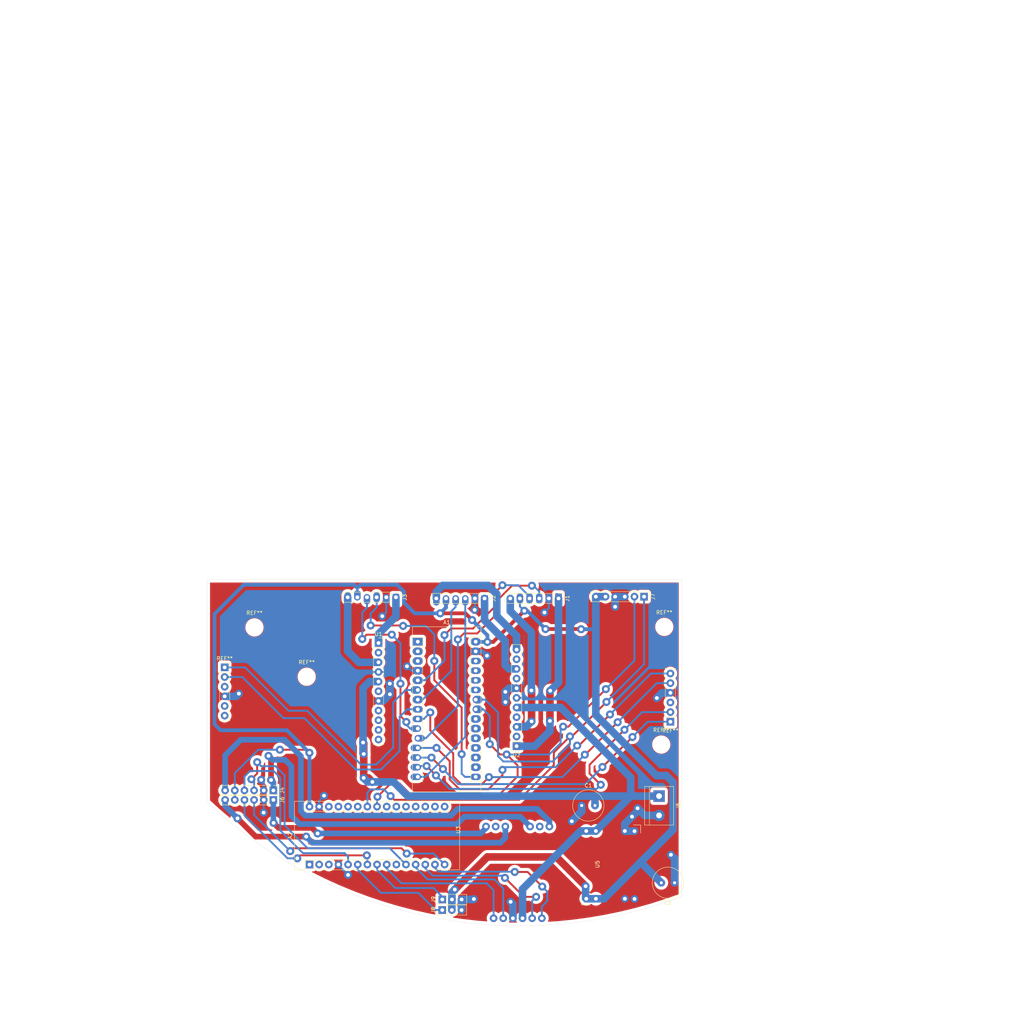
<source format=kicad_pcb>
(kicad_pcb (version 20171130) (host pcbnew "(5.1.10)-1")
  (layers (0 F.Cu signal) (31 B.Cu signal) (34 B.Paste user hide) (35 F.Paste user hide) (36 B.SilkS user hide) (37 F.SilkS user hide) (38 B.Mask user hide) (39 F.Mask user hide) (44 Edge.Cuts user))
  (net 0 "")
  (net 1 Motor3_B)
  (net 2 Motor2_B)
  (net 3 +5V)
  (net 4 Motor1_PWM2)
  (net 5 GND)
  (net 6 Motor1_PWM1)
  (net 7 "Net-(A1-Pad28)")
  (net 8 Motor2_PWM2)
  (net 9 "Net-(A1-Pad27)")
  (net 10 Motor1_B)
  (net 11 "Net-(A1-Pad26)")
  (net 12 Motor3_A)
  (net 13 "Net-(A1-Pad25)")
  (net 14 Motor2_PWM1)
  (net 15 Motor3_PWM2)
  (net 16 Motor2_A)
  (net 17 "Net-(A1-Pad22)")
  (net 18 Motor3_PWM1)
  (net 19 "Net-(A1-Pad21)")
  (net 20 Motor1_A)
  (net 21 "Net-(A1-Pad20)")
  (net 22 "Net-(A1-Pad19)")
  (net 23 "Net-(A1-Pad3)")
  (net 24 "Net-(A1-Pad18)")
  (net 25 "Net-(A1-Pad2)")
  (net 26 "Net-(A1-Pad17)")
  (net 27 "Net-(A1-Pad1)")
  (net 28 "Net-(A2-Pad16)")
  (net 29 "Net-(A2-Pad28)")
  (net 30 "Net-(A2-Pad27)")
  (net 31 "Net-(A2-Pad26)")
  (net 32 "Net-(A2-Pad10)")
  (net 33 "Net-(A2-Pad25)")
  (net 34 "Net-(A2-Pad22)")
  (net 35 "Net-(A2-Pad21)")
  (net 36 "Net-(A2-Pad20)")
  (net 37 "Net-(A2-Pad19)")
  (net 38 "Net-(A2-Pad3)")
  (net 39 "Net-(A2-Pad18)")
  (net 40 Motor1_M2)
  (net 41 Motor1_M1)
  (net 42 Motor2_M2)
  (net 43 Motor2_M1)
  (net 44 Motor3_M2)
  (net 45 Motor3_M1)
  (net 46 "Net-(U1-Pad15)")
  (net 47 "Net-(U1-Pad13)")
  (net 48 "Net-(U1-Pad12)")
  (net 49 "Net-(U1-Pad11)")
  (net 50 "Net-(U1-Pad10)")
  (net 51 "Net-(U1-Pad9)")
  (net 52 "Net-(U1-Pad8)")
  (net 53 "Net-(U1-Pad6)")
  (net 54 VCC)
  (net 55 "Net-(U1-Pad4)")
  (net 56 "Net-(U1-Pad2)")
  (net 57 "Net-(U2-Pad15)")
  (net 58 "Net-(U2-Pad10)")
  (net 59 "Net-(U2-Pad8)")
  (net 60 "Net-(U2-Pad6)")
  (net 61 "Net-(U2-Pad4)")
  (net 62 "Net-(U2-Pad2)")
  (net 63 SCL_5V)
  (net 64 SDA_5V)
  (net 65 CraneMotor2_B)
  (net 66 CraneMotor1_PWM2)
  (net 67 CraneMotor1_PWM1)
  (net 68 CraneMotor2_PWM2)
  (net 69 CraneMotor1_B)
  (net 70 CraneMotor2_PWM1)
  (net 71 CraneMotor2_A)
  (net 72 CraneMotor1_A)
  (net 73 "Net-(A2-Pad2)")
  (net 74 "Net-(A2-Pad17)")
  (net 75 "Net-(A2-Pad1)")
  (net 76 CraneMotor1_M2)
  (net 77 CraneMotor1_M1)
  (net 78 CraneMotor2_M2)
  (net 79 CraneMotor2_M1)
  (net 80 Servo_PWM2)
  (net 81 Servo_PWM1)
  (module MountingHole:MountingHole_3.2mm_M3_DIN965 (layer F.Cu) (at 92.76 157.26)
    (fp_text reference REF** (at 0 -3.8) (layer F.SilkS))
    (fp_text value MountingHole_3.2mm_M3_DIN965)
    (pad 1 np_thru_hole circle (at 0 0) (size 3.2 3.2) (drill 3.2) (layers *.Cu *.Mask))
  )
  (module MountingHole:MountingHole_3.2mm_M3_DIN965 (layer F.Cu) (at 186.07 175.1)
    (fp_text reference REF** (at 0 -3.8) (layer F.SilkS))
    (fp_text value MountingHole_3.2mm_M3_DIN965)
    (pad 1 np_thru_hole circle (at 0 0) (size 3.2 3.2) (drill 3.2) (layers *.Cu *.Mask))
  )
  (module MountingHole:MountingHole_3.2mm_M3_DIN965 (layer F.Cu) (at 186.87 144.15)
    (fp_text reference REF** (at 0 -3.8) (layer F.SilkS))
    (fp_text value MountingHole_3.2mm_M3_DIN965)
    (pad 1 np_thru_hole circle (at 0 0) (size 3.2 3.2) (drill 3.2) (layers *.Cu *.Mask))
  )
  (module MountingHole:MountingHole_3.2mm_M3_DIN965 (layer F.Cu) (at 79.01 144.28)
    (fp_text reference REF** (at 0 -3.8) (layer F.SilkS))
    (fp_text value MountingHole_3.2mm_M3_DIN965)
    (pad 1 np_thru_hole circle (at 0 0) (size 3.2 3.2) (drill 3.2) (layers *.Cu *.Mask))
  )
  (module Connector_PinHeader_2.54mm:PinHeader_1x03_P2.54mm_Vertical (layer F.Cu) (at 128.44 215.85 90)
    (fp_text reference J9 (at 0 -2.33 90) (layer F.SilkS))
    (fp_text value Conn_01x03_Male)
    (pad 3 thru_hole oval (at 0 5.08 90) (size 2 2) (drill 1) (layers *.Cu *.Mask) (net 5 GND))
    (pad 2 thru_hole oval (at 0 2.54 90) (size 2 2) (drill 1) (layers *.Cu *.Mask) (net 3 +5V))
    (pad 1 thru_hole rect (at 0 0 90) (size 2 2) (drill 1) (layers *.Cu *.Mask) (net 80 Servo_PWM2))
  )
  (module Connector_PinHeader_2.54mm:PinHeader_1x03_P2.54mm_Vertical (layer F.Cu) (at 128.42 218.63 90)
    (fp_text reference J8 (at 0 -2.33 90) (layer F.SilkS))
    (fp_text value Conn_01x03_Male)
    (pad 3 thru_hole oval (at 0 5.08 90) (size 2 2) (drill 1) (layers *.Cu *.Mask) (net 5 GND))
    (pad 2 thru_hole oval (at 0 2.54 90) (size 2 2) (drill 1) (layers *.Cu *.Mask) (net 3 +5V))
    (pad 1 thru_hole rect (at 0 0 90) (size 2 2) (drill 1) (layers *.Cu *.Mask) (net 81 Servo_PWM1))
  )
  (module Capacitor_THT:C_Radial_D8.0mm_H7.0mm_P3.50mm (layer F.Cu) (at 189.58 211.46 180)
    (fp_text reference C2 (at 1.75 -5.25) (layer F.SilkS))
    (fp_text value C)
    (pad 2 thru_hole circle (at 3.5 0 180) (size 2 2) (drill 0.8) (layers *.Cu *.Mask) (net 3 +5V))
    (pad 1 thru_hole circle (at 0 0 180) (size 2 2) (drill 0.8) (layers *.Cu *.Mask) (net 5 GND))
  )
  (module Capacitor_THT:C_Radial_D8.0mm_H7.0mm_P3.50mm (layer F.Cu) (at 165.13 191.13)
    (fp_text reference C1 (at 1.75 -5.25) (layer F.SilkS))
    (fp_text value C)
    (pad 2 thru_hole circle (at 3.5 0) (size 2 2) (drill 0.8) (layers *.Cu *.Mask) (net 54 VCC))
    (pad 1 thru_hole circle (at 0 0) (size 2 2) (drill 0.8) (layers *.Cu *.Mask) (net 5 GND))
  )
  (module mike_pcb_motors:DF_buck-converter_8-28to5 (layer F.Cu) (at 172.41 206.44 90)
    (fp_text reference U5 (at -0.16 -3.13 90) (layer F.SilkS))
    (fp_text value DF_buck-converter_8-28to5V)
    (pad 4 thru_hole oval (at -9.27 6.63 270) (size 2 2) (drill 1) (layers *.Cu *.Mask) (net 5 GND))
    (pad 8 thru_hole oval (at 8.6 -6.09 270) (size 2 2) (drill 1) (layers *.Cu *.Mask) (net 54 VCC))
    (pad 6 thru_hole oval (at 8.6 4.07 270) (size 2 2) (drill 1) (layers *.Cu *.Mask) (net 5 GND))
    (pad 7 thru_hole oval (at 8.6 -3.55 270) (size 2 2) (drill 1) (layers *.Cu *.Mask) (net 54 VCC))
    (pad 2 thru_hole oval (at -9.22 -3.54 270) (size 2 2) (drill 1) (layers *.Cu *.Mask) (net 3 +5V))
    (pad 1 thru_hole oval (at -9.22 -6.08 270) (size 2 2) (drill 1) (layers *.Cu *.Mask) (net 3 +5V))
    (pad 3 thru_hole oval (at -9.22 4.08 270) (size 2 2) (drill 1) (layers *.Cu *.Mask) (net 5 GND))
    (pad 5 thru_hole oval (at 8.56 6.62 180) (size 2 2) (drill 1) (layers *.Cu *.Mask) (net 5 GND))
  )
  (module mike_pcb_motors:mdd3a (layer F.Cu) (at 147.15 162.24)
    (fp_text reference U2 (at 0.84 15.61 180) (layer F.SilkS))
    (fp_text value MDD3A-3ADCMD)
    (fp_text user REF** (at 41.325 9.195 180) (layer F.SilkS))
    (pad 16 thru_hole oval (at 41.325 4.325 180) (size 2 2) (drill 1) (layers *.Cu *.Mask) (net 4 Motor1_PWM2))
    (pad 15 thru_hole oval (at 41.325 1.785 180) (size 2 2) (drill 1) (layers *.Cu *.Mask) (net 57 "Net-(U2-Pad15)"))
    (pad 14 thru_hole oval (at 41.325 -0.755 180) (size 2 2) (drill 1) (layers *.Cu *.Mask) (net 5 GND))
    (pad 13 thru_hole oval (at 41.325 -3.295 180) (size 2 2) (drill 1) (layers *.Cu *.Mask) (net 14 Motor2_PWM1))
    (pad 12 thru_hole oval (at 41.325 -5.835 180) (size 2 2) (drill 1) (layers *.Cu *.Mask) (net 8 Motor2_PWM2))
    (pad 17 thru_hole rect (at 41.325 6.865 180) (size 2 2) (drill 1) (layers *.Cu *.Mask) (net 6 Motor1_PWM1))
    (pad 11 thru_hole oval (at 0.84 -12.12 180) (size 2 2) (drill 1) (layers *.Cu *.Mask) (net 42 Motor2_M2))
    (pad 10 thru_hole oval (at 0.84 -9.58 180) (size 2 2) (drill 1) (layers *.Cu *.Mask) (net 58 "Net-(U2-Pad10)"))
    (pad 9 thru_hole oval (at 0.84 -7.04 180) (size 2 2) (drill 1) (layers *.Cu *.Mask) (net 43 Motor2_M1))
    (pad 8 thru_hole oval (at 0.84 -4.5 180) (size 2 2) (drill 1) (layers *.Cu *.Mask) (net 59 "Net-(U2-Pad8)"))
    (pad 7 thru_hole oval (at 0.84 -1.96 180) (size 2 2) (drill 1) (layers *.Cu *.Mask) (net 5 GND))
    (pad 6 thru_hole oval (at 0.84 0.58 180) (size 2 2) (drill 1) (layers *.Cu *.Mask) (net 60 "Net-(U2-Pad6)"))
    (pad 5 thru_hole oval (at 0.84 3.12 180) (size 2 2) (drill 1) (layers *.Cu *.Mask) (net 54 VCC))
    (pad 4 thru_hole oval (at 0.84 5.66 180) (size 2 2) (drill 1) (layers *.Cu *.Mask) (net 61 "Net-(U2-Pad4)"))
    (pad 3 thru_hole oval (at 0.84 8.2 180) (size 2 2) (drill 1) (layers *.Cu *.Mask) (net 40 Motor1_M2))
    (pad 2 thru_hole oval (at 0.84 10.74 180) (size 2 2) (drill 1) (layers *.Cu *.Mask) (net 62 "Net-(U2-Pad2)"))
    (pad 1 thru_hole rect (at 0.84 13.28 180) (size 2 2) (drill 1) (layers *.Cu *.Mask) (net 41 Motor1_M1))
  )
  (module mike_pcb_motors:mdd3a (layer F.Cu) (at 112.49 161.66 180)
    (fp_text reference U1 (at 0.84 15.61 180) (layer F.SilkS))
    (fp_text value MDD3A-3ADCMD)
    (fp_text user REF** (at 41.325 9.195 180) (layer F.SilkS))
    (pad 16 thru_hole oval (at 41.325 4.325) (size 2 2) (drill 1) (layers *.Cu *.Mask) (net 15 Motor3_PWM2))
    (pad 15 thru_hole oval (at 41.325 1.785) (size 2 2) (drill 1) (layers *.Cu *.Mask) (net 46 "Net-(U1-Pad15)"))
    (pad 14 thru_hole oval (at 41.325 -0.755) (size 2 2) (drill 1) (layers *.Cu *.Mask) (net 5 GND))
    (pad 13 thru_hole oval (at 41.325 -3.295) (size 2 2) (drill 1) (layers *.Cu *.Mask) (net 47 "Net-(U1-Pad13)"))
    (pad 12 thru_hole oval (at 41.325 -5.835) (size 2 2) (drill 1) (layers *.Cu *.Mask) (net 48 "Net-(U1-Pad12)"))
    (pad 17 thru_hole rect (at 41.325 6.865) (size 2 2) (drill 1) (layers *.Cu *.Mask) (net 18 Motor3_PWM1))
    (pad 11 thru_hole oval (at 0.84 -12.12) (size 2 2) (drill 1) (layers *.Cu *.Mask) (net 49 "Net-(U1-Pad11)"))
    (pad 10 thru_hole oval (at 0.84 -9.58) (size 2 2) (drill 1) (layers *.Cu *.Mask) (net 50 "Net-(U1-Pad10)"))
    (pad 9 thru_hole oval (at 0.84 -7.04) (size 2 2) (drill 1) (layers *.Cu *.Mask) (net 51 "Net-(U1-Pad9)"))
    (pad 8 thru_hole oval (at 0.84 -4.5) (size 2 2) (drill 1) (layers *.Cu *.Mask) (net 52 "Net-(U1-Pad8)"))
    (pad 7 thru_hole oval (at 0.84 -1.96) (size 2 2) (drill 1) (layers *.Cu *.Mask) (net 5 GND))
    (pad 6 thru_hole oval (at 0.84 0.58) (size 2 2) (drill 1) (layers *.Cu *.Mask) (net 53 "Net-(U1-Pad6)"))
    (pad 5 thru_hole oval (at 0.84 3.12) (size 2 2) (drill 1) (layers *.Cu *.Mask) (net 54 VCC))
    (pad 4 thru_hole oval (at 0.84 5.66) (size 2 2) (drill 1) (layers *.Cu *.Mask) (net 55 "Net-(U1-Pad4)"))
    (pad 3 thru_hole oval (at 0.84 8.2) (size 2 2) (drill 1) (layers *.Cu *.Mask) (net 44 Motor3_M2))
    (pad 2 thru_hole oval (at 0.84 10.74) (size 2 2) (drill 1) (layers *.Cu *.Mask) (net 56 "Net-(U1-Pad2)"))
    (pad 1 thru_hole rect (at 0.84 13.28) (size 2 2) (drill 1) (layers *.Cu *.Mask) (net 45 Motor3_M1))
  )
  (module mike_pcb_motors:SBX-DRIVER (layer F.Cu) (at 148.28 196.695 270)
    (fp_text reference U3 (at 0.84 15.61 270) (layer F.SilkS))
    (fp_text value SBX-DRIVER)
    (pad 5 thru_hole oval (at 24.1 -6.36 90) (size 2 2) (drill 1) (layers *.Cu *.Mask) (net 66 CraneMotor1_PWM2))
    (pad 8 thru_hole oval (at 24.1 1.26 90) (size 2 2) (drill 1) (layers *.Cu *.Mask) (net 5 GND))
    (pad 7 thru_hole oval (at 24.1 -1.28 90) (size 2 2) (drill 1) (layers *.Cu *.Mask) (net 54 VCC))
    (pad 6 thru_hole oval (at 24.1 -3.82 90) (size 2 2) (drill 1) (layers *.Cu *.Mask) (net 67 CraneMotor1_PWM1))
    (pad "" thru_hole oval (at -0.035 -5.805 90) (size 2 2) (drill 1) (layers *.Cu *.Mask))
    (pad 10 thru_hole circle (at 24.1 6.34 90) (size 2 2) (drill 1) (layers *.Cu *.Mask) (net 70 CraneMotor2_PWM1))
    (pad 9 thru_hole oval (at 24.1 3.8 90) (size 2 2) (drill 1) (layers *.Cu *.Mask) (net 68 CraneMotor2_PWM2))
    (pad "" thru_hole oval (at -0.035 5.79 90) (size 2 2) (drill 1) (layers *.Cu *.Mask))
    (pad 1 thru_hole circle (at -0.035 8.33 90) (size 2 2) (drill 1) (layers *.Cu *.Mask) (net 79 CraneMotor2_M1))
    (pad 4 thru_hole oval (at -0.035 -8.345 90) (size 2 2) (drill 1) (layers *.Cu *.Mask) (net 76 CraneMotor1_M2))
    (pad 3 thru_hole oval (at -0.035 -3.265 90) (size 2 2) (drill 1) (layers *.Cu *.Mask) (net 77 CraneMotor1_M1))
    (pad 2 thru_hole oval (at -0.035 3.25 90) (size 2 2) (drill 1) (layers *.Cu *.Mask) (net 78 CraneMotor2_M2))
  )
  (module Connector_PinHeader_2.54mm:PinHeader_1x06_P2.54mm_Vertical (layer F.Cu) (at 181.55 136.19 270)
    (fp_text reference J7 (at 0 -2.33 90) (layer F.SilkS))
    (fp_text value PCB_connector)
    (pad 6 thru_hole oval (at 0 12.7 270) (size 2 2) (drill 1) (layers *.Cu *.Mask) (net 3 +5V))
    (pad 5 thru_hole oval (at 0 10.16 270) (size 2 2) (drill 1) (layers *.Cu *.Mask) (net 3 +5V))
    (pad 4 thru_hole oval (at 0 7.62 270) (size 2 2) (drill 1) (layers *.Cu *.Mask) (net 5 GND))
    (pad 3 thru_hole oval (at 0 5.08 270) (size 2 2) (drill 1) (layers *.Cu *.Mask) (net 5 GND))
    (pad 2 thru_hole oval (at 0 2.54 270) (size 2 2) (drill 1) (layers *.Cu *.Mask) (net 64 SDA_5V))
    (pad 1 thru_hole rect (at 0 0 270) (size 2 2) (drill 1) (layers *.Cu *.Mask) (net 63 SCL_5V))
  )
  (module Connector_PinHeader_2.54mm:PinHeader_1x06_P2.54mm_Vertical (layer F.Cu) (at 83.99 189.66 270)
    (fp_text reference J6 (at 0 -2.33 90) (layer F.SilkS))
    (fp_text value CraneMotorHook1)
    (pad 6 thru_hole oval (at 0 12.7 270) (size 2 2) (drill 1) (layers *.Cu *.Mask) (net 78 CraneMotor2_M2))
    (pad 5 thru_hole oval (at 0 10.16 270) (size 2 2) (drill 1) (layers *.Cu *.Mask) (net 3 +5V))
    (pad 4 thru_hole oval (at 0 7.62 270) (size 2 2) (drill 1) (layers *.Cu *.Mask) (net 71 CraneMotor2_A))
    (pad 3 thru_hole oval (at 0 5.08 270) (size 2 2) (drill 1) (layers *.Cu *.Mask) (net 65 CraneMotor2_B))
    (pad 2 thru_hole oval (at 0 2.54 270) (size 2 2) (drill 1) (layers *.Cu *.Mask) (net 5 GND))
    (pad 1 thru_hole rect (at 0 0 270) (size 2 2) (drill 1) (layers *.Cu *.Mask) (net 79 CraneMotor2_M1))
  )
  (module Connector_PinHeader_2.54mm:PinHeader_1x06_P2.54mm_Vertical (layer F.Cu) (at 83.99 187.16 270)
    (fp_text reference J4 (at 0 -2.33 90) (layer F.SilkS))
    (fp_text value CraneMotorGear1)
    (pad 6 thru_hole oval (at 0 12.7 270) (size 2 2) (drill 1) (layers *.Cu *.Mask) (net 76 CraneMotor1_M2))
    (pad 5 thru_hole oval (at 0 10.16 270) (size 2 2) (drill 1) (layers *.Cu *.Mask) (net 3 +5V))
    (pad 4 thru_hole oval (at 0 7.62 270) (size 2 2) (drill 1) (layers *.Cu *.Mask) (net 72 CraneMotor1_A))
    (pad 3 thru_hole oval (at 0 5.08 270) (size 2 2) (drill 1) (layers *.Cu *.Mask) (net 69 CraneMotor1_B))
    (pad 2 thru_hole oval (at 0 2.54 270) (size 2 2) (drill 1) (layers *.Cu *.Mask) (net 5 GND))
    (pad 1 thru_hole rect (at 0 0 270) (size 2 2) (drill 1) (layers *.Cu *.Mask) (net 77 CraneMotor1_M1))
  )
  (module Module:Arduino_Nano (layer F.Cu) (at 93.49 206.66 90)
    (fp_text reference A2 (at 7.62 -5.08 90) (layer F.SilkS))
    (fp_text value Arduino_Nano_v3.x)
    (pad 16 thru_hole oval (at 15.24 35.56 90) (size 2 2) (drill 1) (layers *.Cu *.Mask) (net 28 "Net-(A2-Pad16)"))
    (pad 15 thru_hole oval (at 0 35.56 90) (size 2 2) (drill 1) (layers *.Cu *.Mask) (net 65 CraneMotor2_B))
    (pad 30 thru_hole oval (at 15.24 0 90) (size 2 2) (drill 1) (layers *.Cu *.Mask) (net 3 +5V))
    (pad 14 thru_hole oval (at 0 33.02 90) (size 2 2) (drill 1) (layers *.Cu *.Mask) (net 66 CraneMotor1_PWM2))
    (pad 29 thru_hole oval (at 15.24 2.54 90) (size 2 2) (drill 1) (layers *.Cu *.Mask) (net 5 GND))
    (pad 13 thru_hole oval (at 0 30.48 90) (size 2 2) (drill 1) (layers *.Cu *.Mask) (net 67 CraneMotor1_PWM1))
    (pad 28 thru_hole oval (at 15.24 5.08 90) (size 2 2) (drill 1) (layers *.Cu *.Mask) (net 29 "Net-(A2-Pad28)"))
    (pad 12 thru_hole oval (at 0 27.94 90) (size 2 2) (drill 1) (layers *.Cu *.Mask) (net 68 CraneMotor2_PWM2))
    (pad 27 thru_hole oval (at 15.24 7.62 90) (size 2 2) (drill 1) (layers *.Cu *.Mask) (net 30 "Net-(A2-Pad27)"))
    (pad 11 thru_hole oval (at 0 25.4 90) (size 2 2) (drill 1) (layers *.Cu *.Mask) (net 69 CraneMotor1_B))
    (pad 26 thru_hole oval (at 15.24 10.16 90) (size 2 2) (drill 1) (layers *.Cu *.Mask) (net 31 "Net-(A2-Pad26)"))
    (pad 10 thru_hole oval (at 0 22.86 90) (size 2 2) (drill 1) (layers *.Cu *.Mask) (net 32 "Net-(A2-Pad10)"))
    (pad 25 thru_hole oval (at 15.24 12.7 90) (size 2 2) (drill 1) (layers *.Cu *.Mask) (net 33 "Net-(A2-Pad25)"))
    (pad 9 thru_hole oval (at 0 20.32 90) (size 2 2) (drill 1) (layers *.Cu *.Mask) (net 70 CraneMotor2_PWM1))
    (pad 24 thru_hole oval (at 15.24 15.24 90) (size 2 2) (drill 1) (layers *.Cu *.Mask) (net 63 SCL_5V))
    (pad 8 thru_hole oval (at 0 17.78 90) (size 2 2) (drill 1) (layers *.Cu *.Mask) (net 80 Servo_PWM2))
    (pad 23 thru_hole oval (at 15.24 17.78 90) (size 2 2) (drill 1) (layers *.Cu *.Mask) (net 64 SDA_5V))
    (pad 7 thru_hole oval (at 0 15.24 90) (size 2 2) (drill 1) (layers *.Cu *.Mask) (net 71 CraneMotor2_A))
    (pad 22 thru_hole oval (at 15.24 20.32 90) (size 2 2) (drill 1) (layers *.Cu *.Mask) (net 34 "Net-(A2-Pad22)"))
    (pad 6 thru_hole oval (at 0 12.7 90) (size 2 2) (drill 1) (layers *.Cu *.Mask) (net 81 Servo_PWM1))
    (pad 21 thru_hole oval (at 15.24 22.86 90) (size 2 2) (drill 1) (layers *.Cu *.Mask) (net 35 "Net-(A2-Pad21)"))
    (pad 5 thru_hole oval (at 0 10.16 90) (size 2 2) (drill 1) (layers *.Cu *.Mask) (net 72 CraneMotor1_A))
    (pad 20 thru_hole oval (at 15.24 25.4 90) (size 2 2) (drill 1) (layers *.Cu *.Mask) (net 36 "Net-(A2-Pad20)"))
    (pad 4 thru_hole oval (at 0 7.62 90) (size 2 2) (drill 1) (layers *.Cu *.Mask) (net 5 GND))
    (pad 19 thru_hole oval (at 15.24 27.94 90) (size 2 2) (drill 1) (layers *.Cu *.Mask) (net 37 "Net-(A2-Pad19)"))
    (pad 3 thru_hole oval (at 0 5.08 90) (size 2 2) (drill 1) (layers *.Cu *.Mask) (net 38 "Net-(A2-Pad3)"))
    (pad 18 thru_hole oval (at 15.24 30.48 90) (size 2 2) (drill 1) (layers *.Cu *.Mask) (net 39 "Net-(A2-Pad18)"))
    (pad 2 thru_hole oval (at 0 2.54 90) (size 2 2) (drill 1) (layers *.Cu *.Mask) (net 73 "Net-(A2-Pad2)"))
    (pad 17 thru_hole oval (at 15.24 33.02 90) (size 2 2) (drill 1) (layers *.Cu *.Mask) (net 74 "Net-(A2-Pad17)"))
    (pad 1 thru_hole rect (at 0 0 90) (size 2 2) (drill 1) (layers *.Cu *.Mask) (net 75 "Net-(A2-Pad1)"))
  )
  (module TerminalBlock:TerminalBlock_bornier-2_P5.08mm (layer F.Cu) (at 185.49 188.66 270)
    (fp_text reference J5 (at 2.54 -5.08 90) (layer F.SilkS))
    (fp_text value Screw_Terminal_01x02)
    (pad 2 thru_hole circle (at 5.08 0 270) (size 3 3) (drill 1.52) (layers *.Cu *.Mask) (net 5 GND))
    (pad 1 thru_hole rect (at 0 0 270) (size 3 3) (drill 1.52) (layers *.Cu *.Mask) (net 54 VCC))
  )
  (module Connector_PinHeader_2.54mm:PinHeader_1x06_P2.54mm_Vertical (layer F.Cu) (at 116.24 136.35 270)
    (fp_text reference J3 (at 0 -2.33 90) (layer F.SilkS))
    (fp_text value Motor3)
    (pad 6 thru_hole oval (at 0 12.7 270) (size 2.7 1.7) (drill 1) (layers *.Cu *.Mask) (net 44 Motor3_M2))
    (pad 5 thru_hole oval (at 0 10.16 270) (size 2.7 1.7) (drill 1 (offset -0.5 0)) (layers *.Cu *.Mask) (net 3 +5V))
    (pad 4 thru_hole oval (at 0 7.62 270) (size 2.7 1.7) (drill 1 (offset 0.5 0)) (layers *.Cu *.Mask) (net 12 Motor3_A))
    (pad 3 thru_hole oval (at 0 5.08 270) (size 2.7 1.7) (drill 1) (layers *.Cu *.Mask) (net 1 Motor3_B))
    (pad 2 thru_hole oval (at 0 2.54 270) (size 2.7 1.7) (drill 1 (offset 0.5 0)) (layers *.Cu *.Mask) (net 5 GND))
    (pad 1 thru_hole rect (at 0 0 270) (size 2.7 1.7) (drill 1 (offset 0.5 0)) (layers *.Cu *.Mask) (net 45 Motor3_M1))
  )
  (module Connector_PinHeader_2.54mm:PinHeader_1x06_P2.54mm_Vertical (layer F.Cu) (at 139.57 136.66 270)
    (fp_text reference J2 (at 0 -2.33 90) (layer F.SilkS))
    (fp_text value Motor2)
    (pad 6 thru_hole oval (at 0 12.7 270) (size 2.7 1.7) (drill 1 (offset 0.5 0)) (layers *.Cu *.Mask) (net 42 Motor2_M2))
    (pad 5 thru_hole oval (at 0 10.16 270) (size 2.7 1.7) (drill 1 (offset 0.5 0)) (layers *.Cu *.Mask) (net 3 +5V))
    (pad 4 thru_hole oval (at 0 7.62 270) (size 2.7 1.7) (drill 1 (offset 0.5 0)) (layers *.Cu *.Mask) (net 16 Motor2_A))
    (pad 3 thru_hole oval (at 0 5.08 270) (size 2.7 1.7) (drill 1 (offset 0.5 0)) (layers *.Cu *.Mask) (net 2 Motor2_B))
    (pad 2 thru_hole oval (at 0 2.54 270) (size 2.7 1.7) (drill 1) (layers *.Cu *.Mask) (net 5 GND))
    (pad 1 thru_hole rect (at 0 0 270) (size 2.7 1.7) (drill 1 (offset 0.5 0)) (layers *.Cu *.Mask) (net 43 Motor2_M1))
  )
  (module Connector_PinHeader_2.54mm:PinHeader_1x06_P2.54mm_Vertical (layer F.Cu) (at 159.03 136.66 270)
    (fp_text reference J1 (at 0 -2.33 90) (layer F.SilkS))
    (fp_text value Motor1)
    (pad 6 thru_hole oval (at 0 12.7 270) (size 2.7 1.7) (drill 1 (offset 0.5 0)) (layers *.Cu *.Mask) (net 40 Motor1_M2))
    (pad 5 thru_hole oval (at 0 10.16 270) (size 2.7 1.7) (drill 1) (layers *.Cu *.Mask) (net 3 +5V))
    (pad 4 thru_hole oval (at 0 7.62 270) (size 2.7 1.7) (drill 1) (layers *.Cu *.Mask) (net 20 Motor1_A))
    (pad 3 thru_hole oval (at 0 5.08 270) (size 2.7 1.7) (drill 1) (layers *.Cu *.Mask) (net 10 Motor1_B))
    (pad 2 thru_hole oval (at 0 2.54 270) (size 2.7 1.7) (drill 1) (layers *.Cu *.Mask) (net 5 GND))
    (pad 1 thru_hole rect (at 0 0 270) (size 2.7 1.7) (drill 1) (layers *.Cu *.Mask) (net 41 Motor1_M1))
  )
  (module Module:Arduino_Nano (layer F.Cu) (at 121.99 148.04)
    (fp_text reference A1 (at 7.62 -5.08) (layer F.SilkS))
    (fp_text value Arduino_Nano_v3.x)
    (pad 16 thru_hole oval (at 15.24 35.56) (size 2.7 1.7) (drill 1) (layers *.Cu *.Mask) (net 1 Motor3_B))
    (pad 15 thru_hole oval (at 0 35.56) (size 2.7 1.7) (drill 1 (offset -0.5 0)) (layers *.Cu *.Mask) (net 2 Motor2_B))
    (pad 30 thru_hole oval (at 15.24 0) (size 2.6 2) (drill 1) (layers *.Cu *.Mask) (net 3 +5V))
    (pad 14 thru_hole oval (at 0 33.02) (size 2.7 1.7) (drill 1 (offset -0.5 0)) (layers *.Cu *.Mask) (net 4 Motor1_PWM2))
    (pad 29 thru_hole oval (at 15.24 2.54) (size 2.6 2) (drill 1) (layers *.Cu *.Mask) (net 5 GND))
    (pad 13 thru_hole oval (at 0 30.48) (size 2.7 1.7) (drill 1 (offset -0.5 0)) (layers *.Cu *.Mask) (net 6 Motor1_PWM1))
    (pad 28 thru_hole oval (at 15.24 5.08) (size 2.7 1.7) (drill 1) (layers *.Cu *.Mask) (net 7 "Net-(A1-Pad28)"))
    (pad 12 thru_hole oval (at 0 27.94) (size 2.7 1.7) (drill 1 (offset -0.5 0)) (layers *.Cu *.Mask) (net 8 Motor2_PWM2))
    (pad 27 thru_hole oval (at 15.24 7.62) (size 2.7 1.7) (drill 1) (layers *.Cu *.Mask) (net 9 "Net-(A1-Pad27)"))
    (pad 11 thru_hole oval (at 0 25.4) (size 2.7 1.7) (drill 1 (offset 0.5 0)) (layers *.Cu *.Mask) (net 10 Motor1_B))
    (pad 26 thru_hole oval (at 15.24 10.16) (size 2.7 1.7) (drill 1) (layers *.Cu *.Mask) (net 11 "Net-(A1-Pad26)"))
    (pad 10 thru_hole oval (at 0 22.86) (size 2.7 1.7) (drill 1 (offset -0.5 0)) (layers *.Cu *.Mask) (net 12 Motor3_A))
    (pad 25 thru_hole oval (at 15.24 12.7) (size 2.7 1.7) (drill 1) (layers *.Cu *.Mask) (net 13 "Net-(A1-Pad25)"))
    (pad 9 thru_hole oval (at 0 20.32) (size 2.7 1.7) (drill 1) (layers *.Cu *.Mask) (net 14 Motor2_PWM1))
    (pad 24 thru_hole oval (at 15.24 15.24) (size 2.6 2) (drill 1 (offset 0.5 0)) (layers *.Cu *.Mask) (net 63 SCL_5V))
    (pad 8 thru_hole oval (at 0 17.78) (size 2.7 1.7) (drill 1) (layers *.Cu *.Mask) (net 15 Motor3_PWM2))
    (pad 23 thru_hole oval (at 15.24 17.78) (size 2.6 2) (drill 1 (offset 0.5 0)) (layers *.Cu *.Mask) (net 64 SDA_5V))
    (pad 7 thru_hole oval (at 0 15.24) (size 2.7 2) (drill 1) (layers *.Cu *.Mask) (net 16 Motor2_A))
    (pad 22 thru_hole oval (at 15.24 20.32) (size 2.7 2) (drill 1) (layers *.Cu *.Mask) (net 17 "Net-(A1-Pad22)"))
    (pad 6 thru_hole oval (at 0 12.7) (size 2.7 2) (drill 1 (offset -0.5 0)) (layers *.Cu *.Mask) (net 18 Motor3_PWM1))
    (pad 21 thru_hole oval (at 15.24 22.86) (size 2.7 2) (drill 1) (layers *.Cu *.Mask) (net 19 "Net-(A1-Pad21)"))
    (pad 5 thru_hole oval (at 0 10.16) (size 2.7 2) (drill 1) (layers *.Cu *.Mask) (net 20 Motor1_A))
    (pad 20 thru_hole oval (at 15.24 25.4) (size 2.7 2) (drill 1) (layers *.Cu *.Mask) (net 21 "Net-(A1-Pad20)"))
    (pad 4 thru_hole oval (at 0 7.62) (size 2.7 2) (drill 1) (layers *.Cu *.Mask) (net 5 GND))
    (pad 19 thru_hole oval (at 15.24 27.94) (size 2.7 2) (drill 1) (layers *.Cu *.Mask) (net 22 "Net-(A1-Pad19)"))
    (pad 3 thru_hole oval (at 0 5.08) (size 2.7 2) (drill 1) (layers *.Cu *.Mask) (net 23 "Net-(A1-Pad3)"))
    (pad 18 thru_hole oval (at 15.24 30.48) (size 2.7 2) (drill 1) (layers *.Cu *.Mask) (net 24 "Net-(A1-Pad18)"))
    (pad 2 thru_hole oval (at 0 2.54) (size 2.7 2) (drill 1) (layers *.Cu *.Mask) (net 25 "Net-(A1-Pad2)"))
    (pad 17 thru_hole oval (at 15.24 33.02) (size 2.7 2) (drill 1) (layers *.Cu *.Mask) (net 26 "Net-(A1-Pad17)"))
    (pad 1 thru_hole rect (at 0 0) (size 2.7 2) (drill 1) (layers *.Cu *.Mask) (net 27 "Net-(A1-Pad1)"))
  )
  (gr_line (start 191.453535 215.063046) (end 191.49 131.66) (layer Edge.Cuts) (width 0.05))
  (gr_arc (start 148.99 102.16) (end 66.490001 190.159999) (angle -63.76398101) (layer Edge.Cuts) (width 0.05))
  (gr_line (start 66.49 131.66) (end 66.49 190.16) (layer Edge.Cuts) (width 0.05))
  (gr_line (start 66.49 131.66) (end 191.49 131.66) (layer Edge.Cuts) (width 0.05))
  (segment (start 111.16 136.35) (end 111.16 139.05) (width 0.5) (layer B.Cu) (net 1))
  (via (at 109.59 143.77) (size 2.1) (drill 1) (layers F.Cu B.Cu) (net 1))
  (segment (start 109.59 140.62) (end 109.59 143.77) (width 0.5) (layer B.Cu) (net 1))
  (segment (start 111.16 139.05) (end 109.59 140.62) (width 0.5) (layer B.Cu) (net 1))
  (via (at 118.13 143.89) (size 2.1) (drill 1) (layers F.Cu B.Cu) (net 1))
  (segment (start 118.01 143.77) (end 118.13 143.89) (width 0.5) (layer F.Cu) (net 1))
  (segment (start 109.59 143.77) (end 118.01 143.77) (width 0.5) (layer F.Cu) (net 1))
  (segment (start 118.13 143.89) (end 124.1 143.89) (width 0.5) (layer B.Cu) (net 1))
  (via (at 126.34 153.11) (size 2.1) (drill 1) (layers F.Cu B.Cu) (net 1))
  (segment (start 126.34 146.13) (end 126.34 153.11) (width 0.5) (layer B.Cu) (net 1))
  (segment (start 124.1 143.89) (end 126.34 146.13) (width 0.5) (layer B.Cu) (net 1))
  (segment (start 126.34 153.11) (end 126.34 158.17) (width 0.5) (layer F.Cu) (net 1))
  (via (at 133.54 177.62) (size 2.1) (drill 1) (layers F.Cu B.Cu) (net 1))
  (segment (start 133.54 165.37) (end 133.54 177.62) (width 0.5) (layer F.Cu) (net 1))
  (segment (start 126.34 158.17) (end 133.54 165.37) (width 0.5) (layer F.Cu) (net 1))
  (segment (start 133.54 177.62) (end 133.54 182.75) (width 0.5) (layer B.Cu) (net 1))
  (segment (start 134.39 183.6) (end 137.23 183.6) (width 0.5) (layer B.Cu) (net 1))
  (segment (start 133.54 182.75) (end 134.39 183.6) (width 0.5) (layer B.Cu) (net 1))
  (segment (start 123.98 183.6) (end 121.99 183.6) (width 0.5) (layer B.Cu) (net 2))
  (segment (start 134.49 173.09) (end 123.98 183.6) (width 0.5) (layer B.Cu) (net 2))
  (segment (start 134.49 136.66) (end 134.49 173.09) (width 0.5) (layer B.Cu) (net 2))
  (via (at 150.03 139.91) (size 2.1) (drill 1) (layers F.Cu B.Cu) (net 3))
  (via (at 140.31 148.11) (size 2.1) (drill 1) (layers F.Cu B.Cu) (net 3))
  (segment (start 141.83 148.11) (end 140.31 148.11) (width 1) (layer F.Cu) (net 3))
  (segment (start 150.03 139.91) (end 141.83 148.11) (width 1) (layer F.Cu) (net 3))
  (segment (start 148.87 138.75) (end 150.03 139.91) (width 0.5) (layer B.Cu) (net 3))
  (segment (start 148.87 136.66) (end 148.87 138.75) (width 0.5) (layer B.Cu) (net 3))
  (segment (start 137.3 148.11) (end 137.23 148.04) (width 1) (layer B.Cu) (net 3))
  (segment (start 140.31 148.11) (end 137.3 148.11) (width 1) (layer B.Cu) (net 3))
  (segment (start 168.85 136.19) (end 171.39 136.19) (width 2) (layer B.Cu) (net 3))
  (segment (start 168.85 167.3) (end 184.82 183.27) (width 2) (layer B.Cu) (net 3))
  (segment (start 184.82 183.27) (end 187.41 183.27) (width 2) (layer B.Cu) (net 3))
  (segment (start 187.41 183.27) (end 189.15 185.01) (width 2) (layer B.Cu) (net 3))
  (segment (start 189.15 185.01) (end 189.15 197.53) (width 2) (layer B.Cu) (net 3))
  (segment (start 171.02 215.66) (end 166.33 215.66) (width 2) (layer B.Cu) (net 3))
  (segment (start 129.41 136.66) (end 129.41 139.07) (width 1) (layer B.Cu) (net 3))
  (segment (start 129.41 139.07) (end 127.9 140.58) (width 1) (layer B.Cu) (net 3))
  (segment (start 127.9 140.58) (end 121.19 140.58) (width 1) (layer B.Cu) (net 3))
  (segment (start 106.91 133.07) (end 106.08 133.9) (width 1) (layer B.Cu) (net 3))
  (segment (start 116.56 133.07) (end 106.91 133.07) (width 1) (layer B.Cu) (net 3))
  (segment (start 118.39 134.9) (end 116.56 133.07) (width 1) (layer B.Cu) (net 3))
  (segment (start 118.39 137.78) (end 118.39 134.9) (width 1) (layer B.Cu) (net 3))
  (segment (start 121.19 140.58) (end 118.39 137.78) (width 1) (layer B.Cu) (net 3))
  (segment (start 106.08 133.9) (end 106.08 136.35) (width 0.5) (layer B.Cu) (net 3))
  (segment (start 73.83 189.66) (end 73.83 187.16) (width 0.5) (layer B.Cu) (net 3))
  (segment (start 73.83 187.16) (end 73.83 182.63) (width 0.5) (layer B.Cu) (net 3))
  (via (at 85.7 176.46) (size 2.1) (drill 1) (layers F.Cu B.Cu) (net 3))
  (segment (start 80 176.46) (end 85.7 176.46) (width 0.5) (layer B.Cu) (net 3))
  (segment (start 73.83 182.63) (end 80 176.46) (width 0.5) (layer B.Cu) (net 3))
  (via (at 93.47 177.27) (size 2.1) (drill 1) (layers F.Cu B.Cu) (net 3))
  (segment (start 92.66 176.46) (end 93.47 177.27) (width 0.5) (layer F.Cu) (net 3))
  (segment (start 85.7 176.46) (end 92.66 176.46) (width 0.5) (layer F.Cu) (net 3))
  (segment (start 93.47 191.4) (end 93.49 191.42) (width 1) (layer B.Cu) (net 3))
  (segment (start 93.47 177.27) (end 93.47 191.4) (width 1) (layer B.Cu) (net 3))
  (via (at 155.6 144.71) (size 2.1) (drill 1) (layers F.Cu B.Cu) (net 3))
  (segment (start 150.8 139.91) (end 155.6 144.71) (width 1) (layer B.Cu) (net 3))
  (segment (start 150.03 139.91) (end 150.8 139.91) (width 1) (layer B.Cu) (net 3))
  (via (at 164.98 144.76) (size 2.1) (drill 1) (layers F.Cu B.Cu) (net 3))
  (segment (start 164.93 144.71) (end 164.98 144.76) (width 1) (layer F.Cu) (net 3))
  (segment (start 155.6 144.71) (end 164.93 144.71) (width 1) (layer F.Cu) (net 3))
  (segment (start 168.22 144.76) (end 168.85 145.39) (width 1) (layer B.Cu) (net 3))
  (segment (start 168.85 145.39) (end 168.85 167.3) (width 2) (layer B.Cu) (net 3))
  (segment (start 164.98 144.76) (end 168.22 144.76) (width 1) (layer B.Cu) (net 3))
  (segment (start 168.85 136.19) (end 168.85 145.39) (width 2) (layer B.Cu) (net 3))
  (via (at 136.29 142.34) (size 2.1) (drill 1) (layers F.Cu B.Cu) (net 3))
  (segment (start 140.31 146.36) (end 136.29 142.34) (width 1) (layer B.Cu) (net 3))
  (segment (start 140.31 148.11) (end 140.31 146.36) (width 1) (layer B.Cu) (net 3))
  (via (at 127.9 140.58) (size 2.1) (drill 1) (layers F.Cu B.Cu) (net 3))
  (segment (start 134.53 140.58) (end 127.9 140.58) (width 1) (layer F.Cu) (net 3))
  (segment (start 136.29 142.34) (end 134.53 140.58) (width 1) (layer F.Cu) (net 3))
  (segment (start 180.925 206.305) (end 180.375 206.305) (width 2) (layer B.Cu) (net 3))
  (segment (start 186.08 211.46) (end 180.925 206.305) (width 2) (layer B.Cu) (net 3))
  (segment (start 180.375 206.305) (end 171.02 215.66) (width 2) (layer B.Cu) (net 3))
  (segment (start 189.15 197.53) (end 180.375 206.305) (width 2) (layer B.Cu) (net 3))
  (via (at 131.73 213.23) (size 2.1) (drill 1) (layers F.Cu B.Cu) (net 3))
  (segment (start 131.73 213.23) (end 140.3 204.66) (width 2) (layer F.Cu) (net 3))
  (via (at 166.16 212.35) (size 2.1) (drill 1) (layers F.Cu B.Cu) (net 3))
  (segment (start 158.47 204.66) (end 166.16 212.35) (width 2) (layer F.Cu) (net 3))
  (segment (start 140.3 204.66) (end 158.47 204.66) (width 2) (layer F.Cu) (net 3))
  (segment (start 166.16 215.49) (end 166.33 215.66) (width 2) (layer B.Cu) (net 3))
  (segment (start 166.16 212.35) (end 166.16 215.49) (width 2) (layer B.Cu) (net 3))
  (segment (start 130.96 215.87) (end 130.98 215.85) (width 2) (layer B.Cu) (net 3))
  (segment (start 130.96 218.63) (end 130.96 215.87) (width 2) (layer B.Cu) (net 3))
  (segment (start 130.98 213.98) (end 131.73 213.23) (width 2) (layer B.Cu) (net 3))
  (segment (start 130.98 215.85) (end 130.98 213.98) (width 2) (layer B.Cu) (net 3))
  (segment (start 105.25 133.07) (end 106.08 133.9) (width 1) (layer B.Cu) (net 3))
  (segment (start 76.19 133.07) (end 105.25 133.07) (width 1) (layer B.Cu) (net 3))
  (segment (start 68.5 140.76) (end 76.19 133.07) (width 1) (layer B.Cu) (net 3))
  (segment (start 68.5 169.75) (end 68.5 140.76) (width 1) (layer B.Cu) (net 3))
  (segment (start 70.08 171.33) (end 68.5 169.75) (width 1) (layer B.Cu) (net 3))
  (segment (start 87.53 171.33) (end 70.08 171.33) (width 1) (layer B.Cu) (net 3))
  (segment (start 93.47 177.27) (end 87.53 171.33) (width 1) (layer B.Cu) (net 3))
  (via (at 176.39 171.21) (size 2.1) (drill 1) (layers F.Cu B.Cu) (net 4))
  (segment (start 181.035 166.565) (end 176.39 171.21) (width 0.5) (layer B.Cu) (net 4))
  (segment (start 188.475 166.565) (end 181.035 166.565) (width 0.5) (layer B.Cu) (net 4))
  (segment (start 176.39 171.21) (end 167.2 180.4) (width 0.5) (layer F.Cu) (net 4))
  (via (at 170.15 185.68) (size 2.1) (drill 1) (layers F.Cu B.Cu) (net 4))
  (segment (start 167.2 182.73) (end 170.15 185.68) (width 0.5) (layer F.Cu) (net 4))
  (segment (start 167.2 180.4) (end 167.2 182.73) (width 0.5) (layer F.Cu) (net 4))
  (via (at 124.31 180.75) (size 2.1) (drill 1) (layers F.Cu B.Cu) (net 4))
  (segment (start 122.3 180.75) (end 121.99 181.06) (width 0.5) (layer B.Cu) (net 4))
  (segment (start 124.31 180.75) (end 122.3 180.75) (width 0.5) (layer B.Cu) (net 4))
  (via (at 126.77 183.21) (size 2.1) (drill 1) (layers F.Cu B.Cu) (net 4))
  (segment (start 124.31 180.75) (end 126.77 183.21) (width 0.5) (layer F.Cu) (net 4))
  (segment (start 170.15 185.68) (end 169.07 186.76) (width 0.5) (layer B.Cu) (net 4))
  (segment (start 169.07 186.76) (end 130.32 186.76) (width 0.5) (layer B.Cu) (net 4))
  (segment (start 130.32 186.76) (end 126.77 183.21) (width 0.5) (layer B.Cu) (net 4))
  (via (at 155.33 140.36) (size 2.1) (drill 1) (layers F.Cu B.Cu) (net 5))
  (segment (start 156.49 139.2) (end 155.33 140.36) (width 0.5) (layer B.Cu) (net 5))
  (segment (start 156.49 136.66) (end 156.49 139.2) (width 0.5) (layer B.Cu) (net 5))
  (via (at 146.43 216.47) (size 2.1) (drill 1) (layers F.Cu B.Cu) (net 5))
  (segment (start 147.02 217.06) (end 146.43 216.47) (width 2) (layer B.Cu) (net 5))
  (segment (start 147.02 220.795) (end 147.02 217.06) (width 2) (layer B.Cu) (net 5))
  (via (at 81.42 193) (size 2.1) (drill 1) (layers F.Cu B.Cu) (net 5))
  (segment (start 81.45 192.97) (end 81.42 193) (width 0.5) (layer B.Cu) (net 5))
  (segment (start 81.45 189.66) (end 81.45 192.97) (width 0.5) (layer B.Cu) (net 5))
  (via (at 80.78 184.37) (size 2.1) (drill 1) (layers F.Cu B.Cu) (net 5))
  (segment (start 81.45 185.04) (end 80.78 184.37) (width 0.5) (layer B.Cu) (net 5))
  (segment (start 81.45 187.16) (end 81.45 185.04) (width 0.5) (layer B.Cu) (net 5))
  (segment (start 96.03 191.42) (end 96.03 189.89) (width 0.5) (layer B.Cu) (net 5))
  (via (at 97.32 188.54) (size 2.1) (drill 1) (layers F.Cu B.Cu) (net 5))
  (segment (start 97.32 188.6) (end 97.32 188.54) (width 0.5) (layer B.Cu) (net 5))
  (segment (start 96.03 189.89) (end 97.32 188.6) (width 0.5) (layer B.Cu) (net 5))
  (segment (start 176.47 136.19) (end 173.93 136.19) (width 2) (layer B.Cu) (net 5))
  (via (at 173.93 138.85) (size 2.1) (drill 1) (layers F.Cu B.Cu) (net 5))
  (segment (start 173.93 136.19) (end 173.93 138.85) (width 2) (layer B.Cu) (net 5))
  (via (at 140.2 151.73) (size 2.1) (drill 1) (layers F.Cu B.Cu) (net 5))
  (segment (start 137.23 150.58) (end 139.05 150.58) (width 1) (layer B.Cu) (net 5))
  (segment (start 139.05 150.58) (end 140.2 151.73) (width 1) (layer B.Cu) (net 5))
  (via (at 136.96 139.67) (size 2.1) (drill 1) (layers F.Cu B.Cu) (net 5))
  (segment (start 137.03 136.66) (end 137.03 139.6) (width 0.5) (layer B.Cu) (net 5))
  (segment (start 137.03 139.6) (end 136.96 139.67) (width 0.5) (layer B.Cu) (net 5))
  (via (at 112.64 141.32) (size 2.1) (drill 1) (layers F.Cu B.Cu) (net 5))
  (segment (start 113.7 136.35) (end 113.7 140.26) (width 0.5) (layer B.Cu) (net 5))
  (segment (start 113.7 140.26) (end 112.64 141.32) (width 0.5) (layer B.Cu) (net 5))
  (segment (start 176.52 197.88) (end 176.48 197.84) (width 2) (layer B.Cu) (net 5))
  (segment (start 179.03 197.88) (end 176.52 197.88) (width 2) (layer B.Cu) (net 5))
  (via (at 178.37 194.07) (size 2.1) (drill 1) (layers F.Cu B.Cu) (net 5))
  (segment (start 176.48 195.96) (end 178.37 194.07) (width 2) (layer B.Cu) (net 5))
  (segment (start 176.48 197.84) (end 176.48 195.96) (width 2) (layer B.Cu) (net 5))
  (via (at 179.84 191.86) (size 2.1) (drill 1) (layers F.Cu B.Cu) (net 5))
  (segment (start 181.72 193.74) (end 179.84 191.86) (width 2) (layer B.Cu) (net 5))
  (segment (start 185.49 193.74) (end 181.72 193.74) (width 2) (layer B.Cu) (net 5))
  (segment (start 179.84 192.6) (end 178.37 194.07) (width 2) (layer B.Cu) (net 5))
  (segment (start 179.84 191.86) (end 179.84 192.6) (width 2) (layer B.Cu) (net 5))
  (via (at 188.62 204.1) (size 2.1) (drill 1) (layers F.Cu B.Cu) (net 5))
  (segment (start 189.58 205.06) (end 188.62 204.1) (width 2) (layer B.Cu) (net 5))
  (segment (start 189.58 211.46) (end 189.58 205.06) (width 2) (layer B.Cu) (net 5))
  (via (at 162.52 195.27) (size 2.1) (drill 1) (layers F.Cu B.Cu) (net 5))
  (segment (start 165.13 192.66) (end 162.52 195.27) (width 2) (layer B.Cu) (net 5))
  (segment (start 165.13 191.13) (end 165.13 192.66) (width 2) (layer B.Cu) (net 5))
  (via (at 184.91 162.86) (size 2.1) (drill 1) (layers F.Cu B.Cu) (net 5))
  (segment (start 188.475 161.485) (end 186.285 161.485) (width 2) (layer B.Cu) (net 5))
  (segment (start 186.285 161.485) (end 184.91 162.86) (width 2) (layer B.Cu) (net 5))
  (via (at 114.66 161.87) (size 2.1) (drill 1) (layers F.Cu B.Cu) (net 5))
  (segment (start 112.91 163.62) (end 114.66 161.87) (width 2) (layer B.Cu) (net 5))
  (segment (start 111.65 163.62) (end 112.91 163.62) (width 2) (layer B.Cu) (net 5))
  (via (at 74.9 161.7) (size 2.1) (drill 1) (layers F.Cu B.Cu) (net 5))
  (segment (start 74.185 162.415) (end 74.9 161.7) (width 2) (layer B.Cu) (net 5))
  (segment (start 71.165 162.415) (end 74.185 162.415) (width 2) (layer B.Cu) (net 5))
  (via (at 145.03 161.23) (size 2.1) (drill 1) (layers F.Cu B.Cu) (net 5))
  (segment (start 145.98 160.28) (end 145.03 161.23) (width 2) (layer B.Cu) (net 5))
  (segment (start 147.99 160.28) (end 145.98 160.28) (width 2) (layer B.Cu) (net 5))
  (via (at 145.05 163.93) (size 2.1) (drill 1) (layers F.Cu B.Cu) (net 5))
  (segment (start 145.03 163.91) (end 145.05 163.93) (width 2) (layer B.Cu) (net 5))
  (segment (start 145.03 161.23) (end 145.03 163.91) (width 2) (layer B.Cu) (net 5))
  (via (at 114.63 159.07) (size 2.1) (drill 1) (layers F.Cu B.Cu) (net 5))
  (segment (start 114.66 159.1) (end 114.63 159.07) (width 2) (layer B.Cu) (net 5))
  (segment (start 114.66 161.87) (end 114.66 159.1) (width 2) (layer B.Cu) (net 5))
  (via (at 103.65 209.4) (size 2.1) (drill 1) (layers F.Cu B.Cu) (net 5))
  (segment (start 101.11 206.86) (end 103.65 209.4) (width 0.5) (layer B.Cu) (net 5))
  (segment (start 101.11 206.66) (end 101.11 206.86) (width 0.5) (layer B.Cu) (net 5))
  (via (at 119.15 154.51) (size 2.1) (drill 1) (layers F.Cu B.Cu) (net 5))
  (segment (start 120.3 155.66) (end 119.15 154.51) (width 0.5) (layer B.Cu) (net 5))
  (segment (start 121.99 155.66) (end 120.3 155.66) (width 0.5) (layer B.Cu) (net 5))
  (via (at 136.75 215.74) (size 2.1) (drill 1) (layers F.Cu B.Cu) (net 5))
  (segment (start 133.5 215.87) (end 133.52 215.85) (width 2) (layer B.Cu) (net 5))
  (segment (start 133.5 218.63) (end 133.5 215.87) (width 2) (layer B.Cu) (net 5))
  (segment (start 136.64 215.85) (end 136.75 215.74) (width 2) (layer B.Cu) (net 5))
  (segment (start 133.52 215.85) (end 136.64 215.85) (width 2) (layer B.Cu) (net 5))
  (via (at 178.49 173.11) (size 2.1) (drill 1) (layers F.Cu B.Cu) (net 6))
  (segment (start 182.495 169.105) (end 178.49 173.11) (width 0.5) (layer B.Cu) (net 6))
  (segment (start 188.475 169.105) (end 182.495 169.105) (width 0.5) (layer B.Cu) (net 6))
  (via (at 125.61 178.53) (size 2.1) (drill 1) (layers F.Cu B.Cu) (net 6))
  (segment (start 122 178.53) (end 121.99 178.52) (width 0.5) (layer B.Cu) (net 6))
  (segment (start 125.61 178.53) (end 122 178.53) (width 0.5) (layer B.Cu) (net 6))
  (via (at 170.59 181) (size 2.1) (drill 1) (layers F.Cu B.Cu) (net 6))
  (segment (start 170.6 181) (end 170.59 181) (width 0.5) (layer F.Cu) (net 6))
  (segment (start 178.49 173.11) (end 170.6 181) (width 0.5) (layer F.Cu) (net 6))
  (via (at 128.62 181.54) (size 2.1) (drill 1) (layers F.Cu B.Cu) (net 6))
  (segment (start 125.61 178.53) (end 128.62 181.54) (width 0.5) (layer F.Cu) (net 6))
  (segment (start 170.59 181) (end 166.09 185.5) (width 0.5) (layer B.Cu) (net 6))
  (segment (start 166.09 185.5) (end 132.58 185.5) (width 0.5) (layer B.Cu) (net 6))
  (segment (start 132.58 185.5) (end 128.62 181.54) (width 0.5) (layer B.Cu) (net 6))
  (via (at 172.58 167.18) (size 2.1) (drill 1) (layers F.Cu B.Cu) (net 8))
  (segment (start 183.355 156.405) (end 172.58 167.18) (width 0.5) (layer B.Cu) (net 8))
  (segment (start 188.475 156.405) (end 183.355 156.405) (width 0.5) (layer B.Cu) (net 8))
  (segment (start 164.39 175.37) (end 163.94 175.37) (width 0.5) (layer F.Cu) (net 8))
  (via (at 163.94 175.37) (size 2.1) (drill 1) (layers F.Cu B.Cu) (net 8))
  (segment (start 172.58 167.18) (end 164.39 175.37) (width 0.5) (layer F.Cu) (net 8))
  (segment (start 163.94 175.37) (end 158.26 181.05) (width 0.5) (layer B.Cu) (net 8))
  (via (at 144.28 181.76) (size 2.1) (drill 1) (layers F.Cu B.Cu) (net 8))
  (segment (start 144.99 181.05) (end 144.28 181.76) (width 0.5) (layer B.Cu) (net 8))
  (segment (start 158.26 181.05) (end 144.99 181.05) (width 0.5) (layer B.Cu) (net 8))
  (via (at 126.92 175.98) (size 2.1) (drill 1) (layers F.Cu B.Cu) (net 8))
  (segment (start 126.92 175.98) (end 121.99 175.98) (width 0.5) (layer B.Cu) (net 8))
  (segment (start 130.39 179.45) (end 126.92 175.98) (width 0.5) (layer F.Cu) (net 8))
  (segment (start 130.39 184.28) (end 130.39 179.45) (width 0.5) (layer F.Cu) (net 8))
  (segment (start 132.96 186.85) (end 130.39 184.28) (width 0.5) (layer F.Cu) (net 8))
  (segment (start 140.58 186.85) (end 132.96 186.85) (width 0.5) (layer F.Cu) (net 8))
  (segment (start 144.28 183.15) (end 140.58 186.85) (width 0.5) (layer F.Cu) (net 8))
  (segment (start 144.28 181.76) (end 144.28 183.15) (width 0.5) (layer F.Cu) (net 8))
  (via (at 152.02 133.299998) (size 2.1) (drill 1) (layers F.Cu B.Cu) (net 10))
  (segment (start 153.95 136.66) (end 153.95 134.81) (width 0.5) (layer B.Cu) (net 10))
  (segment (start 153.95 134.81) (end 152.439998 133.299998) (width 0.5) (layer B.Cu) (net 10))
  (segment (start 152.439998 133.299998) (end 152.02 133.299998) (width 0.5) (layer B.Cu) (net 10))
  (via (at 132.53 147.44) (size 2.1) (drill 1) (layers F.Cu B.Cu) (net 10))
  (segment (start 134.1 145.87) (end 132.53 147.44) (width 0.5) (layer F.Cu) (net 10))
  (segment (start 137.64 145.87) (end 134.1 145.87) (width 0.5) (layer F.Cu) (net 10))
  (segment (start 143.27001 136.81999) (end 143.27001 140.23999) (width 0.5) (layer F.Cu) (net 10))
  (segment (start 146.790002 133.299998) (end 143.27001 136.81999) (width 0.5) (layer F.Cu) (net 10))
  (segment (start 143.27001 140.23999) (end 137.64 145.87) (width 0.5) (layer F.Cu) (net 10))
  (segment (start 152.02 133.299998) (end 146.790002 133.299998) (width 0.5) (layer F.Cu) (net 10))
  (segment (start 132.53 165) (end 132.53 147.44) (width 0.5) (layer B.Cu) (net 10))
  (segment (start 124.09 173.44) (end 132.53 165) (width 0.5) (layer B.Cu) (net 10))
  (segment (start 121.99 173.44) (end 124.09 173.44) (width 0.5) (layer B.Cu) (net 10))
  (via (at 118.98 169.16) (size 2.1) (drill 1) (layers F.Cu B.Cu) (net 12))
  (via (at 117.43 159.08) (size 2.1) (drill 1) (layers F.Cu B.Cu) (net 12))
  (segment (start 117.43 167.61) (end 117.43 159.08) (width 0.5) (layer F.Cu) (net 12))
  (segment (start 118.98 169.16) (end 117.43 167.61) (width 0.5) (layer F.Cu) (net 12))
  (via (at 115.15 146.19) (size 2.1) (drill 1) (layers F.Cu B.Cu) (net 12))
  (segment (start 117.43 148.47) (end 115.15 146.19) (width 0.5) (layer B.Cu) (net 12))
  (segment (start 117.43 159.08) (end 117.43 148.47) (width 0.5) (layer B.Cu) (net 12))
  (via (at 107.38 147.33) (size 2.1) (drill 1) (layers F.Cu B.Cu) (net 12))
  (segment (start 108.52 146.19) (end 107.38 147.33) (width 0.5) (layer F.Cu) (net 12))
  (segment (start 115.15 146.19) (end 108.52 146.19) (width 0.5) (layer F.Cu) (net 12))
  (segment (start 107.38 147.33) (end 107.38 140.34) (width 0.5) (layer B.Cu) (net 12))
  (segment (start 108.62 139.1) (end 108.62 136.35) (width 0.5) (layer B.Cu) (net 12))
  (segment (start 107.38 140.34) (end 108.62 139.1) (width 0.5) (layer B.Cu) (net 12))
  (segment (start 118.98 169.89) (end 118.98 169.16) (width 0.5) (layer B.Cu) (net 12))
  (segment (start 119.99 170.9) (end 118.98 169.89) (width 0.5) (layer B.Cu) (net 12))
  (segment (start 121.99 170.9) (end 119.99 170.9) (width 0.5) (layer B.Cu) (net 12))
  (via (at 174.59 169.23) (size 2.1) (drill 1) (layers F.Cu B.Cu) (net 14))
  (segment (start 184.875 158.945) (end 174.59 169.23) (width 0.5) (layer B.Cu) (net 14))
  (segment (start 188.475 158.945) (end 184.875 158.945) (width 0.5) (layer B.Cu) (net 14))
  (via (at 165.95 177.76) (size 2.1) (drill 1) (layers F.Cu B.Cu) (net 14))
  (segment (start 166.06 177.76) (end 165.95 177.76) (width 0.5) (layer F.Cu) (net 14))
  (segment (start 174.59 169.23) (end 166.06 177.76) (width 0.5) (layer F.Cu) (net 14))
  (via (at 125.28 166.65) (size 2.1) (drill 1) (layers F.Cu B.Cu) (net 14))
  (segment (start 123.57 168.36) (end 125.28 166.65) (width 0.5) (layer B.Cu) (net 14))
  (segment (start 121.99 168.36) (end 123.57 168.36) (width 0.5) (layer B.Cu) (net 14))
  (via (at 140.72 183.66) (size 2.1) (drill 1) (layers F.Cu B.Cu) (net 14))
  (segment (start 160.05 183.66) (end 140.72 183.66) (width 0.5) (layer B.Cu) (net 14))
  (segment (start 165.95 177.76) (end 160.05 183.66) (width 0.5) (layer B.Cu) (net 14))
  (segment (start 138.81 185.57) (end 140.72 183.66) (width 0.5) (layer F.Cu) (net 14))
  (segment (start 133.46 185.57) (end 138.81 185.57) (width 0.5) (layer F.Cu) (net 14))
  (segment (start 131.32 183.43) (end 133.46 185.57) (width 0.5) (layer F.Cu) (net 14))
  (segment (start 131.32 177.41) (end 131.32 183.43) (width 0.5) (layer F.Cu) (net 14))
  (segment (start 125.28 171.37) (end 131.32 177.41) (width 0.5) (layer F.Cu) (net 14))
  (segment (start 125.28 166.65) (end 125.28 171.37) (width 0.5) (layer F.Cu) (net 14))
  (segment (start 117.22 167.81) (end 119.21 165.82) (width 0.5) (layer B.Cu) (net 15))
  (segment (start 119.21 165.82) (end 121.99 165.82) (width 0.5) (layer B.Cu) (net 15))
  (segment (start 117.22 176.76) (end 117.22 167.81) (width 0.5) (layer B.Cu) (net 15))
  (segment (start 112.320001 181.659999) (end 117.22 176.76) (width 0.5) (layer B.Cu) (net 15))
  (segment (start 105.649999 181.659999) (end 112.320001 181.659999) (width 0.5) (layer B.Cu) (net 15))
  (segment (start 86.63 168.15) (end 92.14 168.15) (width 0.5) (layer B.Cu) (net 15))
  (segment (start 92.14 168.15) (end 105.649999 181.659999) (width 0.5) (layer B.Cu) (net 15))
  (segment (start 75.815 157.335) (end 86.63 168.15) (width 0.5) (layer B.Cu) (net 15))
  (segment (start 71.165 157.335) (end 75.815 157.335) (width 0.5) (layer B.Cu) (net 15))
  (segment (start 131.95 138.9) (end 131.95 136.66) (width 0.5) (layer B.Cu) (net 16))
  (segment (start 130.82 140.03) (end 131.95 138.9) (width 0.5) (layer B.Cu) (net 16))
  (segment (start 123.26 163.28) (end 130.82 155.72) (width 0.5) (layer B.Cu) (net 16))
  (segment (start 130.82 155.72) (end 130.82 140.03) (width 0.5) (layer B.Cu) (net 16))
  (segment (start 121.99 163.28) (end 123.26 163.28) (width 0.5) (layer B.Cu) (net 16))
  (segment (start 115.51 164.01) (end 118.78 160.74) (width 0.5) (layer B.Cu) (net 18))
  (segment (start 111.05 180.36) (end 115.51 175.9) (width 0.5) (layer B.Cu) (net 18))
  (segment (start 107.03 180.36) (end 111.05 180.36) (width 0.5) (layer B.Cu) (net 18))
  (segment (start 92.87 166.2) (end 107.03 180.36) (width 0.5) (layer B.Cu) (net 18))
  (segment (start 87.96 166.2) (end 92.87 166.2) (width 0.5) (layer B.Cu) (net 18))
  (segment (start 118.78 160.74) (end 121.99 160.74) (width 0.5) (layer B.Cu) (net 18))
  (segment (start 76.555 154.795) (end 87.96 166.2) (width 0.5) (layer B.Cu) (net 18))
  (segment (start 115.51 175.9) (end 115.51 164.01) (width 0.5) (layer B.Cu) (net 18))
  (segment (start 71.165 154.795) (end 76.555 154.795) (width 0.5) (layer B.Cu) (net 18))
  (segment (start 148.44 133.19) (end 144.26 133.19) (width 0.5) (layer B.Cu) (net 20))
  (segment (start 151.41 136.16) (end 148.44 133.19) (width 0.5) (layer B.Cu) (net 20))
  (segment (start 151.41 136.66) (end 151.41 136.16) (width 0.5) (layer B.Cu) (net 20))
  (via (at 144.26 133.19) (size 2.1) (drill 1) (layers F.Cu B.Cu) (net 20))
  (via (at 129.01 146.3) (size 2.1) (drill 1) (layers F.Cu B.Cu) (net 20))
  (segment (start 121.99 158.2) (end 123.84 158.2) (width 0.5) (layer B.Cu) (net 20))
  (segment (start 123.84 158.2) (end 129.01 153.03) (width 0.5) (layer B.Cu) (net 20))
  (segment (start 129.01 153.03) (end 129.01 146.3) (width 0.5) (layer B.Cu) (net 20))
  (segment (start 136.53 144.57) (end 130.74 144.57) (width 0.5) (layer F.Cu) (net 20))
  (segment (start 142.22 138.88) (end 136.53 144.57) (width 0.5) (layer F.Cu) (net 20))
  (segment (start 142.22 135.23) (end 142.22 138.88) (width 0.5) (layer F.Cu) (net 20))
  (segment (start 130.74 144.57) (end 129.01 146.3) (width 0.5) (layer F.Cu) (net 20))
  (segment (start 144.26 133.19) (end 142.22 135.23) (width 0.5) (layer F.Cu) (net 20))
  (via (at 151.94 169) (size 2.1) (drill 1) (layers F.Cu B.Cu) (net 40))
  (segment (start 150.5 170.44) (end 147.99 170.44) (width 2) (layer B.Cu) (net 40))
  (segment (start 151.94 169) (end 150.5 170.44) (width 2) (layer B.Cu) (net 40))
  (via (at 151.89 160.87) (size 2.1) (drill 1) (layers F.Cu B.Cu) (net 40))
  (segment (start 151.89 145.56) (end 151.89 160.87) (width 2) (layer B.Cu) (net 40))
  (segment (start 151.94 169) (end 151.94 160.92) (width 2) (layer F.Cu) (net 40))
  (segment (start 146.33 136.66) (end 146.33 140) (width 2) (layer B.Cu) (net 40))
  (segment (start 146.33 140) (end 151.89 145.56) (width 2) (layer B.Cu) (net 40))
  (segment (start 151.94 160.92) (end 151.89 160.87) (width 2) (layer F.Cu) (net 40))
  (segment (start 147.99 175.52) (end 152.78 175.52) (width 2) (layer B.Cu) (net 41))
  (via (at 156.77 168.88) (size 2.1) (drill 1) (layers F.Cu B.Cu) (net 41))
  (segment (start 156.77 171.53) (end 156.77 168.88) (width 2) (layer B.Cu) (net 41))
  (segment (start 152.78 175.52) (end 156.77 171.53) (width 2) (layer B.Cu) (net 41))
  (via (at 156.85 160.929998) (size 2.1) (drill 1) (layers F.Cu B.Cu) (net 41))
  (segment (start 156.77 168.88) (end 156.77 161.009998) (width 2) (layer F.Cu) (net 41))
  (segment (start 159.03 158.749998) (end 156.85 160.929998) (width 2) (layer B.Cu) (net 41))
  (segment (start 156.77 161.009998) (end 156.85 160.929998) (width 2) (layer F.Cu) (net 41))
  (segment (start 159.03 136.66) (end 159.03 158.749998) (width 2) (layer B.Cu) (net 41))
  (segment (start 147.99 146.5) (end 147.99 150.12) (width 2) (layer B.Cu) (net 42))
  (segment (start 126.87 136.66) (end 126.87 134.94) (width 2) (layer B.Cu) (net 42))
  (segment (start 142.78 135.520004) (end 142.78 141.29) (width 2) (layer B.Cu) (net 42))
  (segment (start 140.499996 133.24) (end 142.78 135.520004) (width 2) (layer B.Cu) (net 42))
  (segment (start 128.57 133.24) (end 140.499996 133.24) (width 2) (layer B.Cu) (net 42))
  (segment (start 126.87 134.94) (end 128.57 133.24) (width 2) (layer B.Cu) (net 42))
  (segment (start 142.78 141.29) (end 147.99 146.5) (width 2) (layer B.Cu) (net 42))
  (segment (start 146.03 155.2) (end 147.99 155.2) (width 2) (layer B.Cu) (net 43))
  (segment (start 144.98 147.83) (end 144.98 154.15) (width 2) (layer B.Cu) (net 43))
  (segment (start 139.57 142.42) (end 144.98 147.83) (width 2) (layer B.Cu) (net 43))
  (segment (start 144.98 154.15) (end 146.03 155.2) (width 2) (layer B.Cu) (net 43))
  (segment (start 139.57 136.66) (end 139.57 142.42) (width 2) (layer B.Cu) (net 43))
  (segment (start 103.54 136.35) (end 103.54 150.5) (width 2) (layer B.Cu) (net 44))
  (segment (start 106.5 153.46) (end 111.65 153.46) (width 2) (layer B.Cu) (net 44))
  (segment (start 103.54 150.5) (end 106.5 153.46) (width 2) (layer B.Cu) (net 44))
  (segment (start 116.24 141.39) (end 116.24 136.35) (width 2) (layer B.Cu) (net 45))
  (segment (start 111.65 145.98) (end 116.24 141.39) (width 2) (layer B.Cu) (net 45))
  (segment (start 111.65 148.38) (end 111.65 145.98) (width 2) (layer B.Cu) (net 45))
  (segment (start 111.65 158.54) (end 109.28 158.54) (width 2) (layer B.Cu) (net 54))
  (segment (start 109.28 158.54) (end 107.59 160.23) (width 2) (layer B.Cu) (net 54))
  (via (at 107.76 177.58) (size 2.1) (drill 1) (layers F.Cu B.Cu) (net 54))
  (segment (start 107.59 177.41) (end 107.76 177.58) (width 2) (layer B.Cu) (net 54))
  (segment (start 147.99 165.36) (end 159.63 165.36) (width 2) (layer B.Cu) (net 54))
  (segment (start 178.04 188.66) (end 168.86 197.84) (width 2) (layer B.Cu) (net 54))
  (segment (start 185.49 188.66) (end 178.04 188.66) (width 2) (layer B.Cu) (net 54))
  (segment (start 168.86 197.84) (end 166.32 197.84) (width 2) (layer B.Cu) (net 54))
  (segment (start 178.04 183.77) (end 159.63 165.36) (width 2) (layer B.Cu) (net 54))
  (segment (start 178.04 188.66) (end 178.04 183.77) (width 2) (layer B.Cu) (net 54))
  (segment (start 166.32 197.84) (end 164.84 197.84) (width 2) (layer B.Cu) (net 54))
  (segment (start 149.56 213.12) (end 149.56 220.795) (width 2) (layer B.Cu) (net 54))
  (segment (start 164.84 197.84) (end 149.56 213.12) (width 2) (layer B.Cu) (net 54))
  (via (at 107.75 183.88) (size 2.1) (drill 1) (layers F.Cu B.Cu) (net 54))
  (segment (start 107.76 183.87) (end 107.75 183.88) (width 2) (layer F.Cu) (net 54))
  (segment (start 107.76 177.58) (end 107.76 183.87) (width 2) (layer F.Cu) (net 54))
  (segment (start 108.799999 184.929999) (end 107.75 183.88) (width 2) (layer B.Cu) (net 54))
  (segment (start 119.37 188.66) (end 115.639999 184.929999) (width 2) (layer B.Cu) (net 54))
  (segment (start 168.63 188.76) (end 168.73 188.66) (width 2) (layer B.Cu) (net 54))
  (segment (start 168.63 191.13) (end 168.63 188.76) (width 2) (layer B.Cu) (net 54))
  (segment (start 168.73 188.66) (end 119.37 188.66) (width 2) (layer B.Cu) (net 54))
  (segment (start 178.04 188.66) (end 168.73 188.66) (width 2) (layer B.Cu) (net 54))
  (via (at 107.59 174.56) (size 2.1) (drill 1) (layers F.Cu B.Cu) (net 54))
  (segment (start 107.76 174.73) (end 107.59 174.56) (width 2) (layer F.Cu) (net 54))
  (segment (start 107.76 177.58) (end 107.76 174.73) (width 2) (layer F.Cu) (net 54))
  (segment (start 107.59 174.56) (end 107.59 177.41) (width 2) (layer B.Cu) (net 54))
  (segment (start 107.59 160.23) (end 107.59 174.56) (width 2) (layer B.Cu) (net 54))
  (segment (start 108.99 183.88) (end 110.039999 184.929999) (width 2) (layer F.Cu) (net 54))
  (segment (start 107.75 183.88) (end 108.99 183.88) (width 2) (layer F.Cu) (net 54))
  (via (at 110.039999 184.929999) (size 2.1) (drill 1) (layers F.Cu B.Cu) (net 54))
  (segment (start 110.039999 184.929999) (end 108.799999 184.929999) (width 2) (layer B.Cu) (net 54))
  (segment (start 115.639999 184.929999) (end 110.039999 184.929999) (width 2) (layer B.Cu) (net 54))
  (via (at 171.64 163.89) (size 2.1) (drill 1) (layers F.Cu B.Cu) (net 63))
  (segment (start 181.55 153.98) (end 171.64 163.89) (width 0.5) (layer B.Cu) (net 63))
  (segment (start 181.55 136.19) (end 181.55 153.98) (width 0.5) (layer B.Cu) (net 63))
  (via (at 162.04 172.95) (size 2.1) (drill 1) (layers F.Cu B.Cu) (net 63))
  (segment (start 162.58 172.95) (end 162.04 172.95) (width 0.5) (layer F.Cu) (net 63))
  (segment (start 171.64 163.89) (end 162.58 172.95) (width 0.5) (layer F.Cu) (net 63))
  (segment (start 143.11 166.66) (end 139.73 163.28) (width 0.5) (layer B.Cu) (net 63))
  (segment (start 143.11 178.15) (end 143.11 166.66) (width 0.5) (layer B.Cu) (net 63))
  (segment (start 139.73 163.28) (end 137.23 163.28) (width 0.5) (layer B.Cu) (net 63))
  (segment (start 157.49 179.55) (end 144.51 179.55) (width 0.5) (layer B.Cu) (net 63))
  (segment (start 162.04 175) (end 157.49 179.55) (width 0.5) (layer B.Cu) (net 63))
  (segment (start 144.51 179.55) (end 143.11 178.15) (width 0.5) (layer B.Cu) (net 63))
  (segment (start 162.04 172.95) (end 162.04 175) (width 0.5) (layer B.Cu) (net 63))
  (segment (start 108.73 191.42) (end 108.73 187.72) (width 0.5) (layer B.Cu) (net 63))
  (segment (start 108.73 187.72) (end 109.57 186.88) (width 0.5) (layer B.Cu) (net 63))
  (via (at 114.83 188.66) (size 2.1) (drill 1) (layers F.Cu B.Cu) (net 63))
  (segment (start 113.05 186.88) (end 114.83 188.66) (width 0.5) (layer B.Cu) (net 63))
  (segment (start 109.57 186.88) (end 113.05 186.88) (width 0.5) (layer B.Cu) (net 63))
  (segment (start 157.79 177.2) (end 162.04 172.95) (width 0.5) (layer F.Cu) (net 63))
  (segment (start 157.79 180.51) (end 157.79 177.2) (width 0.5) (layer F.Cu) (net 63))
  (segment (start 148.67 189.63) (end 157.79 180.51) (width 0.5) (layer F.Cu) (net 63))
  (segment (start 115.8 189.63) (end 148.67 189.63) (width 0.5) (layer F.Cu) (net 63))
  (segment (start 114.83 188.66) (end 115.8 189.63) (width 0.5) (layer F.Cu) (net 63))
  (via (at 171.49 160.51) (size 2.1) (drill 1) (layers F.Cu B.Cu) (net 64))
  (segment (start 179.01 152.99) (end 171.49 160.51) (width 0.5) (layer B.Cu) (net 64))
  (segment (start 179.01 136.19) (end 179.01 152.99) (width 0.5) (layer B.Cu) (net 64))
  (via (at 160.25 170.39) (size 2.1) (drill 1) (layers F.Cu B.Cu) (net 64))
  (segment (start 161.61 170.39) (end 160.25 170.39) (width 0.5) (layer F.Cu) (net 64))
  (segment (start 171.49 160.51) (end 161.61 170.39) (width 0.5) (layer F.Cu) (net 64))
  (segment (start 160.25 170.39) (end 159.97 170.39) (width 0.5) (layer B.Cu) (net 64))
  (segment (start 159.97 170.39) (end 159.58 170.78) (width 0.5) (layer B.Cu) (net 64))
  (segment (start 159.58 170.78) (end 159.58 174.71) (width 0.5) (layer B.Cu) (net 64))
  (via (at 145.38 177.71) (size 2.1) (drill 1) (layers F.Cu B.Cu) (net 64))
  (segment (start 156.58 177.71) (end 145.38 177.71) (width 0.5) (layer B.Cu) (net 64))
  (segment (start 159.58 174.71) (end 156.58 177.71) (width 0.5) (layer B.Cu) (net 64))
  (via (at 140.94 174.99) (size 2.1) (drill 1) (layers F.Cu B.Cu) (net 64))
  (segment (start 143.66 177.71) (end 140.94 174.99) (width 0.5) (layer F.Cu) (net 64))
  (segment (start 145.38 177.71) (end 143.66 177.71) (width 0.5) (layer F.Cu) (net 64))
  (segment (start 140.94 174.99) (end 140.94 167.55) (width 0.5) (layer B.Cu) (net 64))
  (segment (start 139.21 165.82) (end 137.23 165.82) (width 0.5) (layer B.Cu) (net 64))
  (segment (start 140.94 167.55) (end 139.21 165.82) (width 0.5) (layer B.Cu) (net 64))
  (via (at 111.38 188.82) (size 2.1) (drill 1) (layers F.Cu B.Cu) (net 64))
  (segment (start 111.27 188.93) (end 111.38 188.82) (width 0.5) (layer B.Cu) (net 64))
  (segment (start 111.27 191.42) (end 111.27 188.93) (width 0.5) (layer B.Cu) (net 64))
  (segment (start 111.38 188.82) (end 114.86 185.34) (width 0.5) (layer F.Cu) (net 64))
  (segment (start 114.86 185.34) (end 117.22 185.34) (width 0.5) (layer F.Cu) (net 64))
  (segment (start 117.22 185.34) (end 120.54 188.66) (width 0.5) (layer F.Cu) (net 64))
  (segment (start 120.54 188.66) (end 143.05 188.66) (width 0.5) (layer F.Cu) (net 64))
  (segment (start 143.05 188.66) (end 148.26 183.45) (width 0.5) (layer F.Cu) (net 64))
  (segment (start 148.26 180.59) (end 145.38 177.71) (width 0.5) (layer F.Cu) (net 64))
  (segment (start 148.26 183.45) (end 148.26 180.59) (width 0.5) (layer F.Cu) (net 64))
  (via (at 88.42 203.13) (size 2.1) (drill 1) (layers F.Cu B.Cu) (net 65))
  (segment (start 78.91 189.66) (end 78.91 193.62) (width 0.5) (layer B.Cu) (net 65))
  (segment (start 78.91 193.62) (end 88.42 203.13) (width 0.5) (layer B.Cu) (net 65))
  (via (at 119.08 203.77) (size 2.1) (drill 1) (layers F.Cu B.Cu) (net 65))
  (segment (start 129.05 206.66) (end 126.16 203.77) (width 0.5) (layer B.Cu) (net 65))
  (segment (start 126.16 203.77) (end 119.08 203.77) (width 0.5) (layer B.Cu) (net 65))
  (segment (start 117.69 202.38) (end 119.08 203.77) (width 0.5) (layer F.Cu) (net 65))
  (segment (start 89.17 202.38) (end 117.69 202.38) (width 0.5) (layer F.Cu) (net 65))
  (segment (start 88.42 203.13) (end 89.17 202.38) (width 0.5) (layer F.Cu) (net 65))
  (segment (start 154.64 220.795) (end 154.64 217.71) (width 0.5) (layer B.Cu) (net 66))
  (segment (start 154.64 217.71) (end 156.07 216.28) (width 0.5) (layer B.Cu) (net 66))
  (via (at 154.74 212.46) (size 2.1) (drill 1) (layers F.Cu B.Cu) (net 66))
  (segment (start 156.07 213.79) (end 154.74 212.46) (width 0.5) (layer B.Cu) (net 66))
  (segment (start 156.07 216.28) (end 156.07 213.79) (width 0.5) (layer B.Cu) (net 66))
  (via (at 147.51 208.610001) (size 2.1) (drill 1) (layers F.Cu B.Cu) (net 66))
  (segment (start 150.890001 208.610001) (end 147.51 208.610001) (width 0.5) (layer F.Cu) (net 66))
  (segment (start 154.74 212.46) (end 150.890001 208.610001) (width 0.5) (layer F.Cu) (net 66))
  (segment (start 127.519998 208.539998) (end 147.439997 208.539998) (width 0.5) (layer B.Cu) (net 66))
  (segment (start 147.439997 208.539998) (end 147.51 208.610001) (width 0.5) (layer B.Cu) (net 66))
  (segment (start 126.51 207.53) (end 127.519998 208.539998) (width 0.5) (layer B.Cu) (net 66))
  (segment (start 126.51 206.66) (end 126.51 207.53) (width 0.5) (layer B.Cu) (net 66))
  (via (at 153.13 215.16) (size 2.1) (drill 1) (layers F.Cu B.Cu) (net 67))
  (segment (start 152.1 216.19) (end 153.13 215.16) (width 0.5) (layer B.Cu) (net 67))
  (segment (start 152.1 220.795) (end 152.1 216.19) (width 0.5) (layer B.Cu) (net 67))
  (segment (start 153.13 215.16) (end 149.930002 215.16) (width 0.5) (layer F.Cu) (net 67))
  (via (at 144.93 210.159998) (size 2.1) (drill 1) (layers F.Cu B.Cu) (net 67))
  (segment (start 149.930002 215.16) (end 144.93 210.159998) (width 0.5) (layer F.Cu) (net 67))
  (segment (start 144.360002 209.59) (end 144.93 210.159998) (width 0.5) (layer B.Cu) (net 67))
  (segment (start 125.92 209.59) (end 144.360002 209.59) (width 0.5) (layer B.Cu) (net 67))
  (segment (start 123.97 207.64) (end 125.92 209.59) (width 0.5) (layer B.Cu) (net 67))
  (segment (start 123.97 206.66) (end 123.97 207.64) (width 0.5) (layer B.Cu) (net 67))
  (segment (start 121.43 207.42) (end 121.43 206.66) (width 0.5) (layer B.Cu) (net 68))
  (segment (start 124.57 210.56) (end 121.43 207.42) (width 0.5) (layer B.Cu) (net 68))
  (segment (start 142.1 210.56) (end 124.57 210.56) (width 0.5) (layer B.Cu) (net 68))
  (segment (start 144.48 212.94) (end 142.1 210.56) (width 0.5) (layer B.Cu) (net 68))
  (segment (start 144.48 220.795) (end 144.48 212.94) (width 0.5) (layer B.Cu) (net 68))
  (via (at 79.72 179.74) (size 2.1) (drill 1) (layers F.Cu B.Cu) (net 69))
  (via (at 78.2 184.23) (size 2.1) (drill 1) (layers F.Cu B.Cu) (net 69))
  (segment (start 78.91 187.16) (end 78.91 184.94) (width 0.5) (layer B.Cu) (net 69))
  (segment (start 78.91 184.94) (end 78.2 184.23) (width 0.5) (layer B.Cu) (net 69))
  (segment (start 79.72 179.74) (end 79.72 182.71) (width 0.5) (layer F.Cu) (net 69))
  (segment (start 79.72 182.71) (end 78.2 184.23) (width 0.5) (layer F.Cu) (net 69))
  (segment (start 84.539999 180.789999) (end 80.769999 180.789999) (width 0.5) (layer B.Cu) (net 69))
  (segment (start 86.94 183.19) (end 84.539999 180.789999) (width 0.5) (layer B.Cu) (net 69))
  (segment (start 86.94 196.34) (end 86.94 183.19) (width 0.5) (layer B.Cu) (net 69))
  (segment (start 80.769999 180.789999) (end 79.72 179.74) (width 0.5) (layer B.Cu) (net 69))
  (segment (start 92.98 202.38) (end 86.94 196.34) (width 0.5) (layer B.Cu) (net 69))
  (segment (start 114.61 202.38) (end 92.98 202.38) (width 0.5) (layer B.Cu) (net 69))
  (segment (start 118.89 206.66) (end 114.61 202.38) (width 0.5) (layer B.Cu) (net 69))
  (segment (start 141.94 213.41) (end 141.94 220.795) (width 0.5) (layer B.Cu) (net 70))
  (segment (start 140.13 211.6) (end 141.94 213.41) (width 0.5) (layer B.Cu) (net 70))
  (segment (start 117.7 211.6) (end 140.13 211.6) (width 0.5) (layer B.Cu) (net 70))
  (segment (start 113.81 207.71) (end 117.7 211.6) (width 0.5) (layer B.Cu) (net 70))
  (segment (start 113.81 206.66) (end 113.81 207.71) (width 0.5) (layer B.Cu) (net 70))
  (via (at 108.58 204.25) (size 2.1) (drill 1) (layers F.Cu B.Cu) (net 71))
  (segment (start 108.73 206.66) (end 108.73 204.4) (width 0.5) (layer B.Cu) (net 71))
  (segment (start 108.73 204.4) (end 108.58 204.25) (width 0.5) (layer B.Cu) (net 71))
  (via (at 90.28 205.03) (size 2.1) (drill 1) (layers F.Cu B.Cu) (net 71))
  (segment (start 108.58 204.25) (end 91.06 204.25) (width 0.5) (layer F.Cu) (net 71))
  (segment (start 91.06 204.25) (end 90.28 205.03) (width 0.5) (layer F.Cu) (net 71))
  (segment (start 87.71 205.03) (end 90.28 205.03) (width 0.5) (layer B.Cu) (net 71))
  (segment (start 76.37 193.69) (end 87.71 205.03) (width 0.5) (layer B.Cu) (net 71))
  (segment (start 76.37 189.66) (end 76.37 193.69) (width 0.5) (layer B.Cu) (net 71))
  (segment (start 77.84 182.05) (end 76.37 183.52) (width 0.5) (layer B.Cu) (net 72))
  (segment (start 76.37 183.52) (end 76.37 187.16) (width 0.5) (layer B.Cu) (net 72))
  (segment (start 85.79 183.8) (end 84.04 182.05) (width 0.5) (layer B.Cu) (net 72))
  (segment (start 85.79 197.69) (end 85.79 183.8) (width 0.5) (layer B.Cu) (net 72))
  (segment (start 84.04 182.05) (end 77.84 182.05) (width 0.5) (layer B.Cu) (net 72))
  (segment (start 91.77 203.67) (end 85.79 197.69) (width 0.5) (layer B.Cu) (net 72))
  (segment (start 103.65 204.58) (end 102.74 203.67) (width 0.5) (layer B.Cu) (net 72))
  (segment (start 102.74 203.67) (end 91.77 203.67) (width 0.5) (layer B.Cu) (net 72))
  (segment (start 103.65 206.66) (end 103.65 204.58) (width 0.5) (layer B.Cu) (net 72))
  (segment (start 71.29 177.94) (end 71.29 187.16) (width 1.5) (layer B.Cu) (net 76))
  (segment (start 75.39 173.84) (end 71.29 177.94) (width 1.5) (layer B.Cu) (net 76))
  (segment (start 86.9 173.84) (end 75.39 173.84) (width 1.5) (layer B.Cu) (net 76))
  (segment (start 92.37 193.79) (end 91.22 192.64) (width 1.5) (layer B.Cu) (net 76))
  (segment (start 91.22 178.16) (end 86.9 173.84) (width 1.5) (layer B.Cu) (net 76))
  (segment (start 132.48 192.02) (end 130.71 193.79) (width 1.5) (layer B.Cu) (net 76))
  (segment (start 130.71 193.79) (end 92.37 193.79) (width 1.5) (layer B.Cu) (net 76))
  (segment (start 153.399213 192.02) (end 132.48 192.02) (width 1.5) (layer B.Cu) (net 76))
  (segment (start 91.22 192.64) (end 91.22 178.16) (width 1.5) (layer B.Cu) (net 76))
  (segment (start 156.625 195.245787) (end 153.399213 192.02) (width 1.5) (layer B.Cu) (net 76))
  (segment (start 156.625 196.66) (end 156.625 195.245787) (width 1.5) (layer B.Cu) (net 76))
  (segment (start 83.99 187.16) (end 83.99 185.05) (width 1.5) (layer B.Cu) (net 77))
  (segment (start 83.99 185.05) (end 83.37 184.43) (width 1.5) (layer B.Cu) (net 77))
  (via (at 83.37 184.43) (size 2.1) (drill 1) (layers F.Cu B.Cu) (net 77))
  (via (at 82.7 178.08) (size 2.1) (drill 1) (layers F.Cu B.Cu) (net 77))
  (segment (start 83.749999 179.129999) (end 82.7 178.08) (width 1.5) (layer B.Cu) (net 77))
  (segment (start 83.37 184.43) (end 83.37 178.75) (width 1.5) (layer F.Cu) (net 77))
  (segment (start 134.26 194.08) (end 132.33 196.01) (width 1.5) (layer B.Cu) (net 77))
  (segment (start 132.33 196.01) (end 90.91 196.01) (width 1.5) (layer B.Cu) (net 77))
  (segment (start 83.37 178.75) (end 82.7 178.08) (width 1.5) (layer F.Cu) (net 77))
  (segment (start 151.545 196.66) (end 148.965 194.08) (width 1.5) (layer B.Cu) (net 77))
  (segment (start 148.965 194.08) (end 134.26 194.08) (width 1.5) (layer B.Cu) (net 77))
  (segment (start 90.91 196.01) (end 88.75 193.85) (width 1.5) (layer B.Cu) (net 77))
  (segment (start 88.75 193.85) (end 88.75 180.81) (width 1.5) (layer B.Cu) (net 77))
  (segment (start 88.75 180.81) (end 87.069999 179.129999) (width 1.5) (layer B.Cu) (net 77))
  (segment (start 87.069999 179.129999) (end 83.749999 179.129999) (width 1.5) (layer B.Cu) (net 77))
  (via (at 74.54 194.51) (size 2.1) (drill 1) (layers F.Cu B.Cu) (net 78))
  (segment (start 71.29 191.26) (end 74.54 194.51) (width 1.5) (layer B.Cu) (net 78))
  (segment (start 71.29 189.66) (end 71.29 191.26) (width 1.5) (layer B.Cu) (net 78))
  (via (at 92.62 199.31) (size 2.1) (drill 1) (layers F.Cu B.Cu) (net 78))
  (segment (start 79.34 199.31) (end 92.62 199.31) (width 1.5) (layer F.Cu) (net 78))
  (segment (start 74.54 194.51) (end 79.34 199.31) (width 1.5) (layer F.Cu) (net 78))
  (segment (start 92.62 199.31) (end 94.24 200.93) (width 1.5) (layer B.Cu) (net 78))
  (segment (start 94.24 200.93) (end 143.72 200.93) (width 1.5) (layer B.Cu) (net 78))
  (segment (start 145.03 199.62) (end 145.03 196.66) (width 1.5) (layer B.Cu) (net 78))
  (segment (start 143.72 200.93) (end 145.03 199.62) (width 1.5) (layer B.Cu) (net 78))
  (via (at 84.04 195.7) (size 2.1) (drill 1) (layers F.Cu B.Cu) (net 79))
  (segment (start 83.99 195.65) (end 84.04 195.7) (width 1.5) (layer B.Cu) (net 79))
  (segment (start 83.99 189.66) (end 83.99 195.65) (width 1.5) (layer B.Cu) (net 79))
  (segment (start 84.04 195.7) (end 85.36 197.02) (width 1.5) (layer F.Cu) (net 79))
  (via (at 95.62 198.48) (size 2.1) (drill 1) (layers F.Cu B.Cu) (net 79))
  (segment (start 94.16 197.02) (end 95.62 198.48) (width 1.5) (layer F.Cu) (net 79))
  (segment (start 85.36 197.02) (end 94.16 197.02) (width 1.5) (layer F.Cu) (net 79))
  (segment (start 95.62 198.48) (end 138.54 198.48) (width 1.5) (layer B.Cu) (net 79))
  (segment (start 139.95 197.07) (end 139.95 196.66) (width 1.5) (layer B.Cu) (net 79))
  (segment (start 138.54 198.48) (end 139.95 197.07) (width 1.5) (layer B.Cu) (net 79))
  (segment (start 128.44 215.85) (end 128.44 215.14) (width 0.5) (layer B.Cu) (net 80))
  (segment (start 128.44 215.14) (end 126.14 212.84) (width 0.5) (layer B.Cu) (net 80))
  (segment (start 126.14 212.84) (end 116.06 212.84) (width 0.5) (layer B.Cu) (net 80))
  (segment (start 111.27 208.05) (end 111.27 206.66) (width 0.5) (layer B.Cu) (net 80))
  (segment (start 116.06 212.84) (end 111.27 208.05) (width 0.5) (layer B.Cu) (net 80))
  (segment (start 106.19 208.01) (end 106.19 206.66) (width 0.5) (layer B.Cu) (net 81))
  (segment (start 112.29 214.11) (end 106.19 208.01) (width 0.5) (layer B.Cu) (net 81))
  (segment (start 122.16 214.11) (end 112.29 214.11) (width 0.5) (layer B.Cu) (net 81))
  (segment (start 126.68 218.63) (end 122.16 214.11) (width 0.5) (layer B.Cu) (net 81))
  (segment (start 128.42 218.63) (end 126.68 218.63) (width 0.5) (layer B.Cu) (net 81))
  (zone (net 5) (net_name GND) (layer F.Cu) (priority 1) (connect_pads yes (clearance 0.8)) (min_thickness 0.254) (fill yes (arc_segments 32) (thermal_gap 0.508) (thermal_bridge_width 0.508))
    (polygon (pts (xy 280.944903 248.624271) (xy 12.035097 247.695729) (xy 12.498851 101.884099) (xy 281.289781 102.607421)))
  )
  (zone (net 55) (net_name "Net-(U1-Pad4)") (layer B.Cu) (connect_pads (clearance 0.9)) (min_thickness 0.05) (fill yes (arc_segments 32) (thermal_gap 0.508) (thermal_bridge_width 0.508) (smoothing fillet) (radius 0.5))
    (polygon (pts (xy 132.87 234.765) (xy 63.3 234.66) (xy 63.3 120.29) (xy 132.87 120.395)))
  )
  (zone (net 60) (net_name "Net-(U2-Pad6)") (layer B.Cu) (connect_pads (clearance 0.9)) (min_thickness 0.05) (fill yes (arc_segments 32) (thermal_gap 0.508) (thermal_bridge_width 0.508) (smoothing fillet) (radius 0.5))
    (polygon (pts (xy 204.375 188.8625) (xy 134.805 188.7575) (xy 134.74 120.46) (xy 204.31 120.565)))
  )
)
</source>
